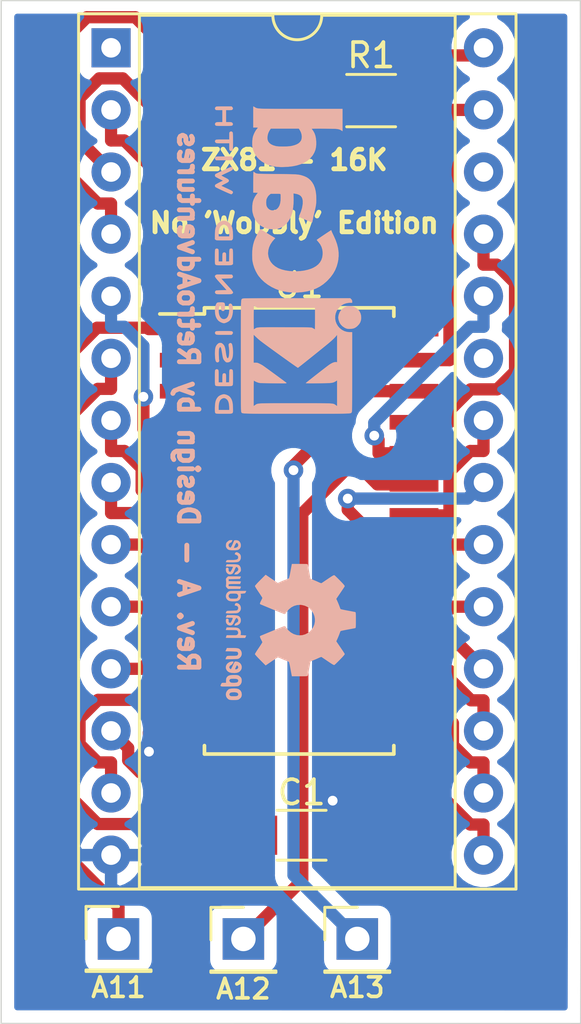
<source format=kicad_pcb>
(kicad_pcb (version 20171130) (host pcbnew "(5.1.9)-1")

  (general
    (thickness 1.6)
    (drawings 8)
    (tracks 173)
    (zones 0)
    (modules 9)
    (nets 29)
  )

  (page A4)
  (layers
    (0 F.Cu signal)
    (31 B.Cu signal)
    (32 B.Adhes user)
    (33 F.Adhes user)
    (34 B.Paste user)
    (35 F.Paste user)
    (36 B.SilkS user)
    (37 F.SilkS user)
    (38 B.Mask user)
    (39 F.Mask user)
    (40 Dwgs.User user)
    (41 Cmts.User user)
    (42 Eco1.User user)
    (43 Eco2.User user)
    (44 Edge.Cuts user)
    (45 Margin user)
    (46 B.CrtYd user)
    (47 F.CrtYd user)
    (48 B.Fab user)
    (49 F.Fab user)
  )

  (setup
    (last_trace_width 0.5)
    (trace_clearance 0.2)
    (zone_clearance 0.508)
    (zone_45_only no)
    (trace_min 0.2)
    (via_size 0.8)
    (via_drill 0.4)
    (via_min_size 0.4)
    (via_min_drill 0.3)
    (uvia_size 0.3)
    (uvia_drill 0.1)
    (uvias_allowed no)
    (uvia_min_size 0.2)
    (uvia_min_drill 0.1)
    (edge_width 0.05)
    (segment_width 0.2)
    (pcb_text_width 0.3)
    (pcb_text_size 1.5 1.5)
    (mod_edge_width 0.12)
    (mod_text_size 1 1)
    (mod_text_width 0.15)
    (pad_size 1.7 1.7)
    (pad_drill 1)
    (pad_to_mask_clearance 0)
    (aux_axis_origin 0 0)
    (visible_elements 7FFFFFFF)
    (pcbplotparams
      (layerselection 0x010fc_ffffffff)
      (usegerberextensions false)
      (usegerberattributes true)
      (usegerberadvancedattributes true)
      (creategerberjobfile true)
      (excludeedgelayer true)
      (linewidth 0.100000)
      (plotframeref false)
      (viasonmask false)
      (mode 1)
      (useauxorigin false)
      (hpglpennumber 1)
      (hpglpenspeed 20)
      (hpglpendiameter 15.000000)
      (psnegative false)
      (psa4output false)
      (plotreference true)
      (plotvalue true)
      (plotinvisibletext false)
      (padsonsilk false)
      (subtractmaskfromsilk false)
      (outputformat 1)
      (mirror false)
      (drillshape 0)
      (scaleselection 1)
      (outputdirectory "Gerbers/"))
  )

  (net 0 "")
  (net 1 GND)
  (net 2 +5V)
  (net 3 "Net-(J1-Pad1)")
  (net 4 "Net-(J2-Pad1)")
  (net 5 "Net-(J3-Pad1)")
  (net 6 "Net-(R1-Pad2)")
  (net 7 "Net-(U1-Pad25)")
  (net 8 "Net-(U1-Pad24)")
  (net 9 "Net-(U1-Pad22)")
  (net 10 "Net-(U1-Pad20)")
  (net 11 "Net-(U1-Pad19)")
  (net 12 "Net-(U1-Pad18)")
  (net 13 "Net-(U1-Pad17)")
  (net 14 "Net-(U1-Pad16)")
  (net 15 "Net-(U1-Pad15)")
  (net 16 "Net-(U1-Pad13)")
  (net 17 "Net-(U1-Pad12)")
  (net 18 "Net-(U1-Pad11)")
  (net 19 "Net-(U1-Pad10)")
  (net 20 "Net-(U1-Pad9)")
  (net 21 "Net-(U1-Pad8)")
  (net 22 "Net-(U1-Pad7)")
  (net 23 "Net-(U1-Pad6)")
  (net 24 "Net-(U1-Pad5)")
  (net 25 "Net-(U1-Pad4)")
  (net 26 "Net-(U1-Pad3)")
  (net 27 "Net-(U1-Pad2)")
  (net 28 "Net-(U1-Pad21)")

  (net_class Default "This is the default net class."
    (clearance 0.2)
    (trace_width 0.5)
    (via_dia 0.8)
    (via_drill 0.4)
    (uvia_dia 0.3)
    (uvia_drill 0.1)
    (add_net +5V)
    (add_net GND)
    (add_net "Net-(J1-Pad1)")
    (add_net "Net-(J2-Pad1)")
    (add_net "Net-(J3-Pad1)")
    (add_net "Net-(R1-Pad2)")
    (add_net "Net-(U1-Pad10)")
    (add_net "Net-(U1-Pad11)")
    (add_net "Net-(U1-Pad12)")
    (add_net "Net-(U1-Pad13)")
    (add_net "Net-(U1-Pad15)")
    (add_net "Net-(U1-Pad16)")
    (add_net "Net-(U1-Pad17)")
    (add_net "Net-(U1-Pad18)")
    (add_net "Net-(U1-Pad19)")
    (add_net "Net-(U1-Pad2)")
    (add_net "Net-(U1-Pad20)")
    (add_net "Net-(U1-Pad21)")
    (add_net "Net-(U1-Pad22)")
    (add_net "Net-(U1-Pad24)")
    (add_net "Net-(U1-Pad25)")
    (add_net "Net-(U1-Pad3)")
    (add_net "Net-(U1-Pad4)")
    (add_net "Net-(U1-Pad5)")
    (add_net "Net-(U1-Pad6)")
    (add_net "Net-(U1-Pad7)")
    (add_net "Net-(U1-Pad8)")
    (add_net "Net-(U1-Pad9)")
  )

  (module Symbols:OSHW-Logo2_7.3x6mm_SilkScreen (layer B.Cu) (tedit 0) (tstamp 6080C070)
    (at 118.05 95.01 90)
    (descr "Open Source Hardware Symbol")
    (tags "Logo Symbol OSHW")
    (attr virtual)
    (fp_text reference REF*** (at 0 0 270) (layer B.SilkS) hide
      (effects (font (size 1 1) (thickness 0.15)) (justify mirror))
    )
    (fp_text value OSHW-Logo2_7.3x6mm_SilkScreen (at 0.75 0 270) (layer B.Fab) hide
      (effects (font (size 1 1) (thickness 0.15)) (justify mirror))
    )
    (fp_poly (pts (xy 0.10391 2.757652) (xy 0.182454 2.757222) (xy 0.239298 2.756058) (xy 0.278105 2.753793)
      (xy 0.302538 2.75006) (xy 0.316262 2.744494) (xy 0.32294 2.736727) (xy 0.326236 2.726395)
      (xy 0.326556 2.725057) (xy 0.331562 2.700921) (xy 0.340829 2.653299) (xy 0.353392 2.587259)
      (xy 0.368287 2.507872) (xy 0.384551 2.420204) (xy 0.385119 2.417125) (xy 0.40141 2.331211)
      (xy 0.416652 2.255304) (xy 0.429861 2.193955) (xy 0.440054 2.151718) (xy 0.446248 2.133145)
      (xy 0.446543 2.132816) (xy 0.464788 2.123747) (xy 0.502405 2.108633) (xy 0.551271 2.090738)
      (xy 0.551543 2.090642) (xy 0.613093 2.067507) (xy 0.685657 2.038035) (xy 0.754057 2.008403)
      (xy 0.757294 2.006938) (xy 0.868702 1.956374) (xy 1.115399 2.12484) (xy 1.191077 2.176197)
      (xy 1.259631 2.222111) (xy 1.317088 2.25997) (xy 1.359476 2.287163) (xy 1.382825 2.301079)
      (xy 1.385042 2.302111) (xy 1.40201 2.297516) (xy 1.433701 2.275345) (xy 1.481352 2.234553)
      (xy 1.546198 2.174095) (xy 1.612397 2.109773) (xy 1.676214 2.046388) (xy 1.733329 1.988549)
      (xy 1.780305 1.939825) (xy 1.813703 1.90379) (xy 1.830085 1.884016) (xy 1.830694 1.882998)
      (xy 1.832505 1.869428) (xy 1.825683 1.847267) (xy 1.80854 1.813522) (xy 1.779393 1.7652)
      (xy 1.736555 1.699308) (xy 1.679448 1.614483) (xy 1.628766 1.539823) (xy 1.583461 1.47286)
      (xy 1.54615 1.417484) (xy 1.519452 1.37758) (xy 1.505985 1.357038) (xy 1.505137 1.355644)
      (xy 1.506781 1.335962) (xy 1.519245 1.297707) (xy 1.540048 1.248111) (xy 1.547462 1.232272)
      (xy 1.579814 1.16171) (xy 1.614328 1.081647) (xy 1.642365 1.012371) (xy 1.662568 0.960955)
      (xy 1.678615 0.921881) (xy 1.687888 0.901459) (xy 1.689041 0.899886) (xy 1.706096 0.897279)
      (xy 1.746298 0.890137) (xy 1.804302 0.879477) (xy 1.874763 0.866315) (xy 1.952335 0.851667)
      (xy 2.031672 0.836551) (xy 2.107431 0.821982) (xy 2.174264 0.808978) (xy 2.226828 0.798555)
      (xy 2.259776 0.79173) (xy 2.267857 0.789801) (xy 2.276205 0.785038) (xy 2.282506 0.774282)
      (xy 2.287045 0.753902) (xy 2.290104 0.720266) (xy 2.291967 0.669745) (xy 2.292918 0.598708)
      (xy 2.29324 0.503524) (xy 2.293257 0.464508) (xy 2.293257 0.147201) (xy 2.217057 0.132161)
      (xy 2.174663 0.124005) (xy 2.1114 0.112101) (xy 2.034962 0.097884) (xy 1.953043 0.08279)
      (xy 1.9304 0.078645) (xy 1.854806 0.063947) (xy 1.788953 0.049495) (xy 1.738366 0.036625)
      (xy 1.708574 0.026678) (xy 1.703612 0.023713) (xy 1.691426 0.002717) (xy 1.673953 -0.037967)
      (xy 1.654577 -0.090322) (xy 1.650734 -0.1016) (xy 1.625339 -0.171523) (xy 1.593817 -0.250418)
      (xy 1.562969 -0.321266) (xy 1.562817 -0.321595) (xy 1.511447 -0.432733) (xy 1.680399 -0.681253)
      (xy 1.849352 -0.929772) (xy 1.632429 -1.147058) (xy 1.566819 -1.211726) (xy 1.506979 -1.268733)
      (xy 1.456267 -1.315033) (xy 1.418046 -1.347584) (xy 1.395675 -1.363343) (xy 1.392466 -1.364343)
      (xy 1.373626 -1.356469) (xy 1.33518 -1.334578) (xy 1.28133 -1.301267) (xy 1.216276 -1.259131)
      (xy 1.14594 -1.211943) (xy 1.074555 -1.16381) (xy 1.010908 -1.121928) (xy 0.959041 -1.088871)
      (xy 0.922995 -1.067218) (xy 0.906867 -1.059543) (xy 0.887189 -1.066037) (xy 0.849875 -1.08315)
      (xy 0.802621 -1.107326) (xy 0.797612 -1.110013) (xy 0.733977 -1.141927) (xy 0.690341 -1.157579)
      (xy 0.663202 -1.157745) (xy 0.649057 -1.143204) (xy 0.648975 -1.143) (xy 0.641905 -1.125779)
      (xy 0.625042 -1.084899) (xy 0.599695 -1.023525) (xy 0.567171 -0.944819) (xy 0.528778 -0.851947)
      (xy 0.485822 -0.748072) (xy 0.444222 -0.647502) (xy 0.398504 -0.536516) (xy 0.356526 -0.433703)
      (xy 0.319548 -0.342215) (xy 0.288827 -0.265201) (xy 0.265622 -0.205815) (xy 0.25119 -0.167209)
      (xy 0.246743 -0.1528) (xy 0.257896 -0.136272) (xy 0.287069 -0.10993) (xy 0.325971 -0.080887)
      (xy 0.436757 0.010961) (xy 0.523351 0.116241) (xy 0.584716 0.232734) (xy 0.619815 0.358224)
      (xy 0.627608 0.490493) (xy 0.621943 0.551543) (xy 0.591078 0.678205) (xy 0.53792 0.790059)
      (xy 0.465767 0.885999) (xy 0.377917 0.964924) (xy 0.277665 1.02573) (xy 0.16831 1.067313)
      (xy 0.053147 1.088572) (xy -0.064525 1.088401) (xy -0.18141 1.065699) (xy -0.294211 1.019362)
      (xy -0.399631 0.948287) (xy -0.443632 0.908089) (xy -0.528021 0.804871) (xy -0.586778 0.692075)
      (xy -0.620296 0.57299) (xy -0.628965 0.450905) (xy -0.613177 0.329107) (xy -0.573322 0.210884)
      (xy -0.509793 0.099525) (xy -0.422979 -0.001684) (xy -0.325971 -0.080887) (xy -0.285563 -0.111162)
      (xy -0.257018 -0.137219) (xy -0.246743 -0.152825) (xy -0.252123 -0.169843) (xy -0.267425 -0.2105)
      (xy -0.291388 -0.271642) (xy -0.322756 -0.350119) (xy -0.360268 -0.44278) (xy -0.402667 -0.546472)
      (xy -0.444337 -0.647526) (xy -0.49031 -0.758607) (xy -0.532893 -0.861541) (xy -0.570779 -0.953165)
      (xy -0.60266 -1.030316) (xy -0.627229 -1.089831) (xy -0.64318 -1.128544) (xy -0.64909 -1.143)
      (xy -0.663052 -1.157685) (xy -0.69006 -1.157642) (xy -0.733587 -1.142099) (xy -0.79711 -1.110284)
      (xy -0.797612 -1.110013) (xy -0.84544 -1.085323) (xy -0.884103 -1.067338) (xy -0.905905 -1.059614)
      (xy -0.906867 -1.059543) (xy -0.923279 -1.067378) (xy -0.959513 -1.089165) (xy -1.011526 -1.122328)
      (xy -1.075275 -1.164291) (xy -1.14594 -1.211943) (xy -1.217884 -1.260191) (xy -1.282726 -1.302151)
      (xy -1.336265 -1.335227) (xy -1.374303 -1.356821) (xy -1.392467 -1.364343) (xy -1.409192 -1.354457)
      (xy -1.44282 -1.326826) (xy -1.48999 -1.284495) (xy -1.547342 -1.230505) (xy -1.611516 -1.167899)
      (xy -1.632503 -1.146983) (xy -1.849501 -0.929623) (xy -1.684332 -0.68722) (xy -1.634136 -0.612781)
      (xy -1.590081 -0.545972) (xy -1.554638 -0.490665) (xy -1.530281 -0.450729) (xy -1.519478 -0.430036)
      (xy -1.519162 -0.428563) (xy -1.524857 -0.409058) (xy -1.540174 -0.369822) (xy -1.562463 -0.31743)
      (xy -1.578107 -0.282355) (xy -1.607359 -0.215201) (xy -1.634906 -0.147358) (xy -1.656263 -0.090034)
      (xy -1.662065 -0.072572) (xy -1.678548 -0.025938) (xy -1.69466 0.010095) (xy -1.70351 0.023713)
      (xy -1.72304 0.032048) (xy -1.765666 0.043863) (xy -1.825855 0.057819) (xy -1.898078 0.072578)
      (xy -1.9304 0.078645) (xy -2.012478 0.093727) (xy -2.091205 0.108331) (xy -2.158891 0.12102)
      (xy -2.20784 0.130358) (xy -2.217057 0.132161) (xy -2.293257 0.147201) (xy -2.293257 0.464508)
      (xy -2.293086 0.568846) (xy -2.292384 0.647787) (xy -2.290866 0.704962) (xy -2.288251 0.744001)
      (xy -2.284254 0.768535) (xy -2.278591 0.782195) (xy -2.27098 0.788611) (xy -2.267857 0.789801)
      (xy -2.249022 0.79402) (xy -2.207412 0.802438) (xy -2.14837 0.814039) (xy -2.077243 0.827805)
      (xy -1.999375 0.84272) (xy -1.920113 0.857768) (xy -1.844802 0.871931) (xy -1.778787 0.884194)
      (xy -1.727413 0.893539) (xy -1.696025 0.89895) (xy -1.689041 0.899886) (xy -1.682715 0.912404)
      (xy -1.66871 0.945754) (xy -1.649645 0.993623) (xy -1.642366 1.012371) (xy -1.613004 1.084805)
      (xy -1.578429 1.16483) (xy -1.547463 1.232272) (xy -1.524677 1.283841) (xy -1.509518 1.326215)
      (xy -1.504458 1.352166) (xy -1.505264 1.355644) (xy -1.515959 1.372064) (xy -1.54038 1.408583)
      (xy -1.575905 1.461313) (xy -1.619913 1.526365) (xy -1.669783 1.599849) (xy -1.679644 1.614355)
      (xy -1.737508 1.700296) (xy -1.780044 1.765739) (xy -1.808946 1.813696) (xy -1.82591 1.84718)
      (xy -1.832633 1.869205) (xy -1.83081 1.882783) (xy -1.830764 1.882869) (xy -1.816414 1.900703)
      (xy -1.784677 1.935183) (xy -1.73899 1.982732) (xy -1.682796 2.039778) (xy -1.619532 2.102745)
      (xy -1.612398 2.109773) (xy -1.53267 2.18698) (xy -1.471143 2.24367) (xy -1.426579 2.28089)
      (xy -1.397743 2.299685) (xy -1.385042 2.302111) (xy -1.366506 2.291529) (xy -1.328039 2.267084)
      (xy -1.273614 2.231388) (xy -1.207202 2.187053) (xy -1.132775 2.136689) (xy -1.115399 2.12484)
      (xy -0.868703 1.956374) (xy -0.757294 2.006938) (xy -0.689543 2.036405) (xy -0.616817 2.066041)
      (xy -0.554297 2.08967) (xy -0.551543 2.090642) (xy -0.50264 2.108543) (xy -0.464943 2.12368)
      (xy -0.446575 2.13279) (xy -0.446544 2.132816) (xy -0.440715 2.149283) (xy -0.430808 2.189781)
      (xy -0.417805 2.249758) (xy -0.402691 2.32466) (xy -0.386448 2.409936) (xy -0.385119 2.417125)
      (xy -0.368825 2.504986) (xy -0.353867 2.58474) (xy -0.341209 2.651319) (xy -0.331814 2.699653)
      (xy -0.326646 2.724675) (xy -0.326556 2.725057) (xy -0.323411 2.735701) (xy -0.317296 2.743738)
      (xy -0.304547 2.749533) (xy -0.2815 2.753453) (xy -0.244491 2.755865) (xy -0.189856 2.757135)
      (xy -0.113933 2.757629) (xy -0.013056 2.757714) (xy 0 2.757714) (xy 0.10391 2.757652)) (layer B.SilkS) (width 0.01))
    (fp_poly (pts (xy 3.153595 -1.966966) (xy 3.211021 -2.004497) (xy 3.238719 -2.038096) (xy 3.260662 -2.099064)
      (xy 3.262405 -2.147308) (xy 3.258457 -2.211816) (xy 3.109686 -2.276934) (xy 3.037349 -2.310202)
      (xy 2.990084 -2.336964) (xy 2.965507 -2.360144) (xy 2.961237 -2.382667) (xy 2.974889 -2.407455)
      (xy 2.989943 -2.423886) (xy 3.033746 -2.450235) (xy 3.081389 -2.452081) (xy 3.125145 -2.431546)
      (xy 3.157289 -2.390752) (xy 3.163038 -2.376347) (xy 3.190576 -2.331356) (xy 3.222258 -2.312182)
      (xy 3.265714 -2.295779) (xy 3.265714 -2.357966) (xy 3.261872 -2.400283) (xy 3.246823 -2.435969)
      (xy 3.21528 -2.476943) (xy 3.210592 -2.482267) (xy 3.175506 -2.51872) (xy 3.145347 -2.538283)
      (xy 3.107615 -2.547283) (xy 3.076335 -2.55023) (xy 3.020385 -2.550965) (xy 2.980555 -2.54166)
      (xy 2.955708 -2.527846) (xy 2.916656 -2.497467) (xy 2.889625 -2.464613) (xy 2.872517 -2.423294)
      (xy 2.863238 -2.367521) (xy 2.859693 -2.291305) (xy 2.85941 -2.252622) (xy 2.860372 -2.206247)
      (xy 2.948007 -2.206247) (xy 2.949023 -2.231126) (xy 2.951556 -2.2352) (xy 2.968274 -2.229665)
      (xy 3.004249 -2.215017) (xy 3.052331 -2.19419) (xy 3.062386 -2.189714) (xy 3.123152 -2.158814)
      (xy 3.156632 -2.131657) (xy 3.16399 -2.10622) (xy 3.146391 -2.080481) (xy 3.131856 -2.069109)
      (xy 3.07941 -2.046364) (xy 3.030322 -2.050122) (xy 2.989227 -2.077884) (xy 2.960758 -2.127152)
      (xy 2.951631 -2.166257) (xy 2.948007 -2.206247) (xy 2.860372 -2.206247) (xy 2.861285 -2.162249)
      (xy 2.868196 -2.095384) (xy 2.881884 -2.046695) (xy 2.904096 -2.010849) (xy 2.936574 -1.982513)
      (xy 2.950733 -1.973355) (xy 3.015053 -1.949507) (xy 3.085473 -1.948006) (xy 3.153595 -1.966966)) (layer B.SilkS) (width 0.01))
    (fp_poly (pts (xy 2.6526 -1.958752) (xy 2.669948 -1.966334) (xy 2.711356 -1.999128) (xy 2.746765 -2.046547)
      (xy 2.768664 -2.097151) (xy 2.772229 -2.122098) (xy 2.760279 -2.156927) (xy 2.734067 -2.175357)
      (xy 2.705964 -2.186516) (xy 2.693095 -2.188572) (xy 2.686829 -2.173649) (xy 2.674456 -2.141175)
      (xy 2.669028 -2.126502) (xy 2.63859 -2.075744) (xy 2.59452 -2.050427) (xy 2.53801 -2.051206)
      (xy 2.533825 -2.052203) (xy 2.503655 -2.066507) (xy 2.481476 -2.094393) (xy 2.466327 -2.139287)
      (xy 2.45725 -2.204615) (xy 2.453286 -2.293804) (xy 2.452914 -2.341261) (xy 2.45273 -2.416071)
      (xy 2.451522 -2.467069) (xy 2.448309 -2.499471) (xy 2.442109 -2.518495) (xy 2.43194 -2.529356)
      (xy 2.416819 -2.537272) (xy 2.415946 -2.53767) (xy 2.386828 -2.549981) (xy 2.372403 -2.554514)
      (xy 2.370186 -2.540809) (xy 2.368289 -2.502925) (xy 2.366847 -2.445715) (xy 2.365998 -2.374027)
      (xy 2.365829 -2.321565) (xy 2.366692 -2.220047) (xy 2.37007 -2.143032) (xy 2.377142 -2.086023)
      (xy 2.389088 -2.044526) (xy 2.40709 -2.014043) (xy 2.432327 -1.99008) (xy 2.457247 -1.973355)
      (xy 2.517171 -1.951097) (xy 2.586911 -1.946076) (xy 2.6526 -1.958752)) (layer B.SilkS) (width 0.01))
    (fp_poly (pts (xy 2.144876 -1.956335) (xy 2.186667 -1.975344) (xy 2.219469 -1.998378) (xy 2.243503 -2.024133)
      (xy 2.260097 -2.057358) (xy 2.270577 -2.1028) (xy 2.276271 -2.165207) (xy 2.278507 -2.249327)
      (xy 2.278743 -2.304721) (xy 2.278743 -2.520826) (xy 2.241774 -2.53767) (xy 2.212656 -2.549981)
      (xy 2.198231 -2.554514) (xy 2.195472 -2.541025) (xy 2.193282 -2.504653) (xy 2.191942 -2.451542)
      (xy 2.191657 -2.409372) (xy 2.190434 -2.348447) (xy 2.187136 -2.300115) (xy 2.182321 -2.270518)
      (xy 2.178496 -2.264229) (xy 2.152783 -2.270652) (xy 2.112418 -2.287125) (xy 2.065679 -2.309458)
      (xy 2.020845 -2.333457) (xy 1.986193 -2.35493) (xy 1.970002 -2.369685) (xy 1.969938 -2.369845)
      (xy 1.97133 -2.397152) (xy 1.983818 -2.423219) (xy 2.005743 -2.444392) (xy 2.037743 -2.451474)
      (xy 2.065092 -2.450649) (xy 2.103826 -2.450042) (xy 2.124158 -2.459116) (xy 2.136369 -2.483092)
      (xy 2.137909 -2.487613) (xy 2.143203 -2.521806) (xy 2.129047 -2.542568) (xy 2.092148 -2.552462)
      (xy 2.052289 -2.554292) (xy 1.980562 -2.540727) (xy 1.943432 -2.521355) (xy 1.897576 -2.475845)
      (xy 1.873256 -2.419983) (xy 1.871073 -2.360957) (xy 1.891629 -2.305953) (xy 1.922549 -2.271486)
      (xy 1.95342 -2.252189) (xy 2.001942 -2.227759) (xy 2.058485 -2.202985) (xy 2.06791 -2.199199)
      (xy 2.130019 -2.171791) (xy 2.165822 -2.147634) (xy 2.177337 -2.123619) (xy 2.16658 -2.096635)
      (xy 2.148114 -2.075543) (xy 2.104469 -2.049572) (xy 2.056446 -2.047624) (xy 2.012406 -2.067637)
      (xy 1.980709 -2.107551) (xy 1.976549 -2.117848) (xy 1.952327 -2.155724) (xy 1.916965 -2.183842)
      (xy 1.872343 -2.206917) (xy 1.872343 -2.141485) (xy 1.874969 -2.101506) (xy 1.88623 -2.069997)
      (xy 1.911199 -2.036378) (xy 1.935169 -2.010484) (xy 1.972441 -1.973817) (xy 2.001401 -1.954121)
      (xy 2.032505 -1.94622) (xy 2.067713 -1.944914) (xy 2.144876 -1.956335)) (layer B.SilkS) (width 0.01))
    (fp_poly (pts (xy 1.779833 -1.958663) (xy 1.782048 -1.99685) (xy 1.783784 -2.054886) (xy 1.784899 -2.12818)
      (xy 1.785257 -2.205055) (xy 1.785257 -2.465196) (xy 1.739326 -2.511127) (xy 1.707675 -2.539429)
      (xy 1.67989 -2.550893) (xy 1.641915 -2.550168) (xy 1.62684 -2.548321) (xy 1.579726 -2.542948)
      (xy 1.540756 -2.539869) (xy 1.531257 -2.539585) (xy 1.499233 -2.541445) (xy 1.453432 -2.546114)
      (xy 1.435674 -2.548321) (xy 1.392057 -2.551735) (xy 1.362745 -2.54432) (xy 1.33368 -2.521427)
      (xy 1.323188 -2.511127) (xy 1.277257 -2.465196) (xy 1.277257 -1.978602) (xy 1.314226 -1.961758)
      (xy 1.346059 -1.949282) (xy 1.364683 -1.944914) (xy 1.369458 -1.958718) (xy 1.373921 -1.997286)
      (xy 1.377775 -2.056356) (xy 1.380722 -2.131663) (xy 1.382143 -2.195286) (xy 1.386114 -2.445657)
      (xy 1.420759 -2.450556) (xy 1.452268 -2.447131) (xy 1.467708 -2.436041) (xy 1.472023 -2.415308)
      (xy 1.475708 -2.371145) (xy 1.478469 -2.309146) (xy 1.480012 -2.234909) (xy 1.480235 -2.196706)
      (xy 1.480457 -1.976783) (xy 1.526166 -1.960849) (xy 1.558518 -1.950015) (xy 1.576115 -1.944962)
      (xy 1.576623 -1.944914) (xy 1.578388 -1.958648) (xy 1.580329 -1.99673) (xy 1.582282 -2.054482)
      (xy 1.584084 -2.127227) (xy 1.585343 -2.195286) (xy 1.589314 -2.445657) (xy 1.6764 -2.445657)
      (xy 1.680396 -2.21724) (xy 1.684392 -1.988822) (xy 1.726847 -1.966868) (xy 1.758192 -1.951793)
      (xy 1.776744 -1.944951) (xy 1.777279 -1.944914) (xy 1.779833 -1.958663)) (layer B.SilkS) (width 0.01))
    (fp_poly (pts (xy 1.190117 -2.065358) (xy 1.189933 -2.173837) (xy 1.189219 -2.257287) (xy 1.187675 -2.319704)
      (xy 1.185001 -2.365085) (xy 1.180894 -2.397429) (xy 1.175055 -2.420733) (xy 1.167182 -2.438995)
      (xy 1.161221 -2.449418) (xy 1.111855 -2.505945) (xy 1.049264 -2.541377) (xy 0.980013 -2.55409)
      (xy 0.910668 -2.542463) (xy 0.869375 -2.521568) (xy 0.826025 -2.485422) (xy 0.796481 -2.441276)
      (xy 0.778655 -2.383462) (xy 0.770463 -2.306313) (xy 0.769302 -2.249714) (xy 0.769458 -2.245647)
      (xy 0.870857 -2.245647) (xy 0.871476 -2.31055) (xy 0.874314 -2.353514) (xy 0.88084 -2.381622)
      (xy 0.892523 -2.401953) (xy 0.906483 -2.417288) (xy 0.953365 -2.44689) (xy 1.003701 -2.449419)
      (xy 1.051276 -2.424705) (xy 1.054979 -2.421356) (xy 1.070783 -2.403935) (xy 1.080693 -2.383209)
      (xy 1.086058 -2.352362) (xy 1.088228 -2.304577) (xy 1.088571 -2.251748) (xy 1.087827 -2.185381)
      (xy 1.084748 -2.141106) (xy 1.078061 -2.112009) (xy 1.066496 -2.091173) (xy 1.057013 -2.080107)
      (xy 1.01296 -2.052198) (xy 0.962224 -2.048843) (xy 0.913796 -2.070159) (xy 0.90445 -2.078073)
      (xy 0.88854 -2.095647) (xy 0.87861 -2.116587) (xy 0.873278 -2.147782) (xy 0.871163 -2.196122)
      (xy 0.870857 -2.245647) (xy 0.769458 -2.245647) (xy 0.77281 -2.158568) (xy 0.784726 -2.090086)
      (xy 0.807135 -2.0386) (xy 0.842124 -1.998443) (xy 0.869375 -1.977861) (xy 0.918907 -1.955625)
      (xy 0.976316 -1.945304) (xy 1.029682 -1.948067) (xy 1.059543 -1.959212) (xy 1.071261 -1.962383)
      (xy 1.079037 -1.950557) (xy 1.084465 -1.918866) (xy 1.088571 -1.870593) (xy 1.093067 -1.816829)
      (xy 1.099313 -1.784482) (xy 1.110676 -1.765985) (xy 1.130528 -1.75377) (xy 1.143 -1.748362)
      (xy 1.190171 -1.728601) (xy 1.190117 -2.065358)) (layer B.SilkS) (width 0.01))
    (fp_poly (pts (xy 0.529926 -1.949755) (xy 0.595858 -1.974084) (xy 0.649273 -2.017117) (xy 0.670164 -2.047409)
      (xy 0.692939 -2.102994) (xy 0.692466 -2.143186) (xy 0.668562 -2.170217) (xy 0.659717 -2.174813)
      (xy 0.62153 -2.189144) (xy 0.602028 -2.185472) (xy 0.595422 -2.161407) (xy 0.595086 -2.148114)
      (xy 0.582992 -2.09921) (xy 0.551471 -2.064999) (xy 0.507659 -2.048476) (xy 0.458695 -2.052634)
      (xy 0.418894 -2.074227) (xy 0.40545 -2.086544) (xy 0.395921 -2.101487) (xy 0.389485 -2.124075)
      (xy 0.385317 -2.159328) (xy 0.382597 -2.212266) (xy 0.380502 -2.287907) (xy 0.37996 -2.311857)
      (xy 0.377981 -2.39379) (xy 0.375731 -2.451455) (xy 0.372357 -2.489608) (xy 0.367006 -2.513004)
      (xy 0.358824 -2.526398) (xy 0.346959 -2.534545) (xy 0.339362 -2.538144) (xy 0.307102 -2.550452)
      (xy 0.288111 -2.554514) (xy 0.281836 -2.540948) (xy 0.278006 -2.499934) (xy 0.2766 -2.430999)
      (xy 0.277598 -2.333669) (xy 0.277908 -2.318657) (xy 0.280101 -2.229859) (xy 0.282693 -2.165019)
      (xy 0.286382 -2.119067) (xy 0.291864 -2.086935) (xy 0.299835 -2.063553) (xy 0.310993 -2.043852)
      (xy 0.31683 -2.03541) (xy 0.350296 -1.998057) (xy 0.387727 -1.969003) (xy 0.392309 -1.966467)
      (xy 0.459426 -1.946443) (xy 0.529926 -1.949755)) (layer B.SilkS) (width 0.01))
    (fp_poly (pts (xy 0.039744 -1.950968) (xy 0.096616 -1.972087) (xy 0.097267 -1.972493) (xy 0.13244 -1.99838)
      (xy 0.158407 -2.028633) (xy 0.17667 -2.068058) (xy 0.188732 -2.121462) (xy 0.196096 -2.193651)
      (xy 0.200264 -2.289432) (xy 0.200629 -2.303078) (xy 0.205876 -2.508842) (xy 0.161716 -2.531678)
      (xy 0.129763 -2.54711) (xy 0.11047 -2.554423) (xy 0.109578 -2.554514) (xy 0.106239 -2.541022)
      (xy 0.103587 -2.504626) (xy 0.101956 -2.451452) (xy 0.1016 -2.408393) (xy 0.101592 -2.338641)
      (xy 0.098403 -2.294837) (xy 0.087288 -2.273944) (xy 0.063501 -2.272925) (xy 0.022296 -2.288741)
      (xy -0.039914 -2.317815) (xy -0.085659 -2.341963) (xy -0.109187 -2.362913) (xy -0.116104 -2.385747)
      (xy -0.116114 -2.386877) (xy -0.104701 -2.426212) (xy -0.070908 -2.447462) (xy -0.019191 -2.450539)
      (xy 0.018061 -2.450006) (xy 0.037703 -2.460735) (xy 0.049952 -2.486505) (xy 0.057002 -2.519337)
      (xy 0.046842 -2.537966) (xy 0.043017 -2.540632) (xy 0.007001 -2.55134) (xy -0.043434 -2.552856)
      (xy -0.095374 -2.545759) (xy -0.132178 -2.532788) (xy -0.183062 -2.489585) (xy -0.211986 -2.429446)
      (xy -0.217714 -2.382462) (xy -0.213343 -2.340082) (xy -0.197525 -2.305488) (xy -0.166203 -2.274763)
      (xy -0.115322 -2.24399) (xy -0.040824 -2.209252) (xy -0.036286 -2.207288) (xy 0.030821 -2.176287)
      (xy 0.072232 -2.150862) (xy 0.089981 -2.128014) (xy 0.086107 -2.104745) (xy 0.062643 -2.078056)
      (xy 0.055627 -2.071914) (xy 0.00863 -2.0481) (xy -0.040067 -2.049103) (xy -0.082478 -2.072451)
      (xy -0.110616 -2.115675) (xy -0.113231 -2.12416) (xy -0.138692 -2.165308) (xy -0.170999 -2.185128)
      (xy -0.217714 -2.20477) (xy -0.217714 -2.15395) (xy -0.203504 -2.080082) (xy -0.161325 -2.012327)
      (xy -0.139376 -1.989661) (xy -0.089483 -1.960569) (xy -0.026033 -1.9474) (xy 0.039744 -1.950968)) (layer B.SilkS) (width 0.01))
    (fp_poly (pts (xy -0.624114 -1.851289) (xy -0.619861 -1.910613) (xy -0.614975 -1.945572) (xy -0.608205 -1.96082)
      (xy -0.598298 -1.961015) (xy -0.595086 -1.959195) (xy -0.552356 -1.946015) (xy -0.496773 -1.946785)
      (xy -0.440263 -1.960333) (xy -0.404918 -1.977861) (xy -0.368679 -2.005861) (xy -0.342187 -2.037549)
      (xy -0.324001 -2.077813) (xy -0.312678 -2.131543) (xy -0.306778 -2.203626) (xy -0.304857 -2.298951)
      (xy -0.304823 -2.317237) (xy -0.3048 -2.522646) (xy -0.350509 -2.53858) (xy -0.382973 -2.54942)
      (xy -0.400785 -2.554468) (xy -0.401309 -2.554514) (xy -0.403063 -2.540828) (xy -0.404556 -2.503076)
      (xy -0.405674 -2.446224) (xy -0.406303 -2.375234) (xy -0.4064 -2.332073) (xy -0.406602 -2.246973)
      (xy -0.407642 -2.185981) (xy -0.410169 -2.144177) (xy -0.414836 -2.116642) (xy -0.422293 -2.098456)
      (xy -0.433189 -2.084698) (xy -0.439993 -2.078073) (xy -0.486728 -2.051375) (xy -0.537728 -2.049375)
      (xy -0.583999 -2.071955) (xy -0.592556 -2.080107) (xy -0.605107 -2.095436) (xy -0.613812 -2.113618)
      (xy -0.619369 -2.139909) (xy -0.622474 -2.179562) (xy -0.623824 -2.237832) (xy -0.624114 -2.318173)
      (xy -0.624114 -2.522646) (xy -0.669823 -2.53858) (xy -0.702287 -2.54942) (xy -0.720099 -2.554468)
      (xy -0.720623 -2.554514) (xy -0.721963 -2.540623) (xy -0.723172 -2.501439) (xy -0.724199 -2.4407)
      (xy -0.724998 -2.362141) (xy -0.725519 -2.269498) (xy -0.725714 -2.166509) (xy -0.725714 -1.769342)
      (xy -0.678543 -1.749444) (xy -0.631371 -1.729547) (xy -0.624114 -1.851289)) (layer B.SilkS) (width 0.01))
    (fp_poly (pts (xy -1.831697 -1.931239) (xy -1.774473 -1.969735) (xy -1.730251 -2.025335) (xy -1.703833 -2.096086)
      (xy -1.69849 -2.148162) (xy -1.699097 -2.169893) (xy -1.704178 -2.186531) (xy -1.718145 -2.201437)
      (xy -1.745411 -2.217973) (xy -1.790388 -2.239498) (xy -1.857489 -2.269374) (xy -1.857829 -2.269524)
      (xy -1.919593 -2.297813) (xy -1.970241 -2.322933) (xy -2.004596 -2.342179) (xy -2.017482 -2.352848)
      (xy -2.017486 -2.352934) (xy -2.006128 -2.376166) (xy -1.979569 -2.401774) (xy -1.949077 -2.420221)
      (xy -1.93363 -2.423886) (xy -1.891485 -2.411212) (xy -1.855192 -2.379471) (xy -1.837483 -2.344572)
      (xy -1.820448 -2.318845) (xy -1.787078 -2.289546) (xy -1.747851 -2.264235) (xy -1.713244 -2.250471)
      (xy -1.706007 -2.249714) (xy -1.697861 -2.26216) (xy -1.69737 -2.293972) (xy -1.703357 -2.336866)
      (xy -1.714643 -2.382558) (xy -1.73005 -2.422761) (xy -1.730829 -2.424322) (xy -1.777196 -2.489062)
      (xy -1.837289 -2.533097) (xy -1.905535 -2.554711) (xy -1.976362 -2.552185) (xy -2.044196 -2.523804)
      (xy -2.047212 -2.521808) (xy -2.100573 -2.473448) (xy -2.13566 -2.410352) (xy -2.155078 -2.327387)
      (xy -2.157684 -2.304078) (xy -2.162299 -2.194055) (xy -2.156767 -2.142748) (xy -2.017486 -2.142748)
      (xy -2.015676 -2.174753) (xy -2.005778 -2.184093) (xy -1.981102 -2.177105) (xy -1.942205 -2.160587)
      (xy -1.898725 -2.139881) (xy -1.897644 -2.139333) (xy -1.860791 -2.119949) (xy -1.846 -2.107013)
      (xy -1.849647 -2.093451) (xy -1.865005 -2.075632) (xy -1.904077 -2.049845) (xy -1.946154 -2.04795)
      (xy -1.983897 -2.066717) (xy -2.009966 -2.102915) (xy -2.017486 -2.142748) (xy -2.156767 -2.142748)
      (xy -2.152806 -2.106027) (xy -2.12845 -2.036212) (xy -2.094544 -1.987302) (xy -2.033347 -1.937878)
      (xy -1.965937 -1.913359) (xy -1.89712 -1.911797) (xy -1.831697 -1.931239)) (layer B.SilkS) (width 0.01))
    (fp_poly (pts (xy -2.958885 -1.921962) (xy -2.890855 -1.957733) (xy -2.840649 -2.015301) (xy -2.822815 -2.052312)
      (xy -2.808937 -2.107882) (xy -2.801833 -2.178096) (xy -2.80116 -2.254727) (xy -2.806573 -2.329552)
      (xy -2.81773 -2.394342) (xy -2.834286 -2.440873) (xy -2.839374 -2.448887) (xy -2.899645 -2.508707)
      (xy -2.971231 -2.544535) (xy -3.048908 -2.55502) (xy -3.127452 -2.53881) (xy -3.149311 -2.529092)
      (xy -3.191878 -2.499143) (xy -3.229237 -2.459433) (xy -3.232768 -2.454397) (xy -3.247119 -2.430124)
      (xy -3.256606 -2.404178) (xy -3.26221 -2.370022) (xy -3.264914 -2.321119) (xy -3.265701 -2.250935)
      (xy -3.265714 -2.2352) (xy -3.265678 -2.230192) (xy -3.120571 -2.230192) (xy -3.119727 -2.29643)
      (xy -3.116404 -2.340386) (xy -3.109417 -2.368779) (xy -3.097584 -2.388325) (xy -3.091543 -2.394857)
      (xy -3.056814 -2.41968) (xy -3.023097 -2.418548) (xy -2.989005 -2.397016) (xy -2.968671 -2.374029)
      (xy -2.956629 -2.340478) (xy -2.949866 -2.287569) (xy -2.949402 -2.281399) (xy -2.948248 -2.185513)
      (xy -2.960312 -2.114299) (xy -2.98543 -2.068194) (xy -3.02344 -2.047635) (xy -3.037008 -2.046514)
      (xy -3.072636 -2.052152) (xy -3.097006 -2.071686) (xy -3.111907 -2.109042) (xy -3.119125 -2.16815)
      (xy -3.120571 -2.230192) (xy -3.265678 -2.230192) (xy -3.265174 -2.160413) (xy -3.262904 -2.108159)
      (xy -3.257932 -2.071949) (xy -3.249287 -2.045299) (xy -3.235995 -2.021722) (xy -3.233057 -2.017338)
      (xy -3.183687 -1.958249) (xy -3.129891 -1.923947) (xy -3.064398 -1.910331) (xy -3.042158 -1.909665)
      (xy -2.958885 -1.921962)) (layer B.SilkS) (width 0.01))
    (fp_poly (pts (xy -1.283907 -1.92778) (xy -1.237328 -1.954723) (xy -1.204943 -1.981466) (xy -1.181258 -2.009484)
      (xy -1.164941 -2.043748) (xy -1.154661 -2.089227) (xy -1.149086 -2.150892) (xy -1.146884 -2.233711)
      (xy -1.146629 -2.293246) (xy -1.146629 -2.512391) (xy -1.208314 -2.540044) (xy -1.27 -2.567697)
      (xy -1.277257 -2.32767) (xy -1.280256 -2.238028) (xy -1.283402 -2.172962) (xy -1.287299 -2.128026)
      (xy -1.292553 -2.09877) (xy -1.299769 -2.080748) (xy -1.30955 -2.069511) (xy -1.312688 -2.067079)
      (xy -1.360239 -2.048083) (xy -1.408303 -2.0556) (xy -1.436914 -2.075543) (xy -1.448553 -2.089675)
      (xy -1.456609 -2.10822) (xy -1.461729 -2.136334) (xy -1.464559 -2.179173) (xy -1.465744 -2.241895)
      (xy -1.465943 -2.307261) (xy -1.465982 -2.389268) (xy -1.467386 -2.447316) (xy -1.472086 -2.486465)
      (xy -1.482013 -2.51178) (xy -1.499097 -2.528323) (xy -1.525268 -2.541156) (xy -1.560225 -2.554491)
      (xy -1.598404 -2.569007) (xy -1.593859 -2.311389) (xy -1.592029 -2.218519) (xy -1.589888 -2.149889)
      (xy -1.586819 -2.100711) (xy -1.582206 -2.066198) (xy -1.575432 -2.041562) (xy -1.565881 -2.022016)
      (xy -1.554366 -2.00477) (xy -1.49881 -1.94968) (xy -1.43102 -1.917822) (xy -1.357287 -1.910191)
      (xy -1.283907 -1.92778)) (layer B.SilkS) (width 0.01))
    (fp_poly (pts (xy -2.400256 -1.919918) (xy -2.344799 -1.947568) (xy -2.295852 -1.99848) (xy -2.282371 -2.017338)
      (xy -2.267686 -2.042015) (xy -2.258158 -2.068816) (xy -2.252707 -2.104587) (xy -2.250253 -2.156169)
      (xy -2.249714 -2.224267) (xy -2.252148 -2.317588) (xy -2.260606 -2.387657) (xy -2.276826 -2.439931)
      (xy -2.302546 -2.479869) (xy -2.339503 -2.512929) (xy -2.342218 -2.514886) (xy -2.37864 -2.534908)
      (xy -2.422498 -2.544815) (xy -2.478276 -2.547257) (xy -2.568952 -2.547257) (xy -2.56899 -2.635283)
      (xy -2.569834 -2.684308) (xy -2.574976 -2.713065) (xy -2.588413 -2.730311) (xy -2.614142 -2.744808)
      (xy -2.620321 -2.747769) (xy -2.649236 -2.761648) (xy -2.671624 -2.770414) (xy -2.688271 -2.771171)
      (xy -2.699964 -2.761023) (xy -2.70749 -2.737073) (xy -2.711634 -2.696426) (xy -2.713185 -2.636186)
      (xy -2.712929 -2.553455) (xy -2.711651 -2.445339) (xy -2.711252 -2.413) (xy -2.709815 -2.301524)
      (xy -2.708528 -2.228603) (xy -2.569029 -2.228603) (xy -2.568245 -2.290499) (xy -2.56476 -2.330997)
      (xy -2.556876 -2.357708) (xy -2.542895 -2.378244) (xy -2.533403 -2.38826) (xy -2.494596 -2.417567)
      (xy -2.460237 -2.419952) (xy -2.424784 -2.39575) (xy -2.423886 -2.394857) (xy -2.409461 -2.376153)
      (xy -2.400687 -2.350732) (xy -2.396261 -2.311584) (xy -2.394882 -2.251697) (xy -2.394857 -2.23843)
      (xy -2.398188 -2.155901) (xy -2.409031 -2.098691) (xy -2.42866 -2.063766) (xy -2.45835 -2.048094)
      (xy -2.475509 -2.046514) (xy -2.516234 -2.053926) (xy -2.544168 -2.07833) (xy -2.560983 -2.12298)
      (xy -2.56835 -2.19113) (xy -2.569029 -2.228603) (xy -2.708528 -2.228603) (xy -2.708292 -2.215245)
      (xy -2.706323 -2.150333) (xy -2.70355 -2.102958) (xy -2.699612 -2.06929) (xy -2.694151 -2.045498)
      (xy -2.686808 -2.027753) (xy -2.677223 -2.012224) (xy -2.673113 -2.006381) (xy -2.618595 -1.951185)
      (xy -2.549664 -1.91989) (xy -2.469928 -1.911165) (xy -2.400256 -1.919918)) (layer B.SilkS) (width 0.01))
  )

  (module Symbols:KiCad-Logo2_6mm_SilkScreen (layer B.Cu) (tedit 0) (tstamp 6080BB24)
    (at 118.05 80.29 90)
    (descr "KiCad Logo")
    (tags "Logo KiCad")
    (attr virtual)
    (fp_text reference REF*** (at 0 0 90) (layer B.SilkS) hide
      (effects (font (size 1 1) (thickness 0.15)) (justify mirror))
    )
    (fp_text value KiCad-Logo2_6mm_SilkScreen (at 0.75 0 90) (layer B.Fab) hide
      (effects (font (size 1 1) (thickness 0.15)) (justify mirror))
    )
    (fp_poly (pts (xy -2.273043 2.973429) (xy -2.176768 2.949191) (xy -2.090184 2.906359) (xy -2.015373 2.846581)
      (xy -1.954418 2.771506) (xy -1.909399 2.68278) (xy -1.883136 2.58647) (xy -1.877286 2.489205)
      (xy -1.89214 2.395346) (xy -1.92584 2.307489) (xy -1.976528 2.22823) (xy -2.042345 2.160164)
      (xy -2.121434 2.105888) (xy -2.211934 2.067998) (xy -2.2632 2.055574) (xy -2.307698 2.048053)
      (xy -2.341999 2.045081) (xy -2.37496 2.046906) (xy -2.415434 2.053775) (xy -2.448531 2.06075)
      (xy -2.541947 2.092259) (xy -2.625619 2.143383) (xy -2.697665 2.212571) (xy -2.7562 2.298272)
      (xy -2.770148 2.325511) (xy -2.786586 2.361878) (xy -2.796894 2.392418) (xy -2.80246 2.42455)
      (xy -2.804669 2.465693) (xy -2.804948 2.511778) (xy -2.800861 2.596135) (xy -2.787446 2.665414)
      (xy -2.762256 2.726039) (xy -2.722846 2.784433) (xy -2.684298 2.828698) (xy -2.612406 2.894516)
      (xy -2.537313 2.939947) (xy -2.454562 2.96715) (xy -2.376928 2.977424) (xy -2.273043 2.973429)) (layer B.SilkS) (width 0.01))
    (fp_poly (pts (xy 6.186507 0.527755) (xy 6.186526 0.293338) (xy 6.186552 0.080397) (xy 6.186625 -0.112168)
      (xy 6.186782 -0.285459) (xy 6.187064 -0.440576) (xy 6.187509 -0.57862) (xy 6.188156 -0.700692)
      (xy 6.189045 -0.807894) (xy 6.190213 -0.901326) (xy 6.191701 -0.98209) (xy 6.193546 -1.051286)
      (xy 6.195789 -1.110015) (xy 6.198469 -1.159379) (xy 6.201623 -1.200478) (xy 6.205292 -1.234413)
      (xy 6.209513 -1.262286) (xy 6.214327 -1.285198) (xy 6.219773 -1.304249) (xy 6.225888 -1.32054)
      (xy 6.232712 -1.335173) (xy 6.240285 -1.349249) (xy 6.248645 -1.363868) (xy 6.253839 -1.372974)
      (xy 6.288104 -1.433689) (xy 5.429955 -1.433689) (xy 5.429955 -1.337733) (xy 5.429224 -1.29437)
      (xy 5.427272 -1.261205) (xy 5.424463 -1.243424) (xy 5.423221 -1.241778) (xy 5.411799 -1.248662)
      (xy 5.389084 -1.266505) (xy 5.366385 -1.285879) (xy 5.3118 -1.326614) (xy 5.242321 -1.367617)
      (xy 5.16527 -1.405123) (xy 5.087965 -1.435364) (xy 5.057113 -1.445012) (xy 4.988616 -1.459578)
      (xy 4.905764 -1.469539) (xy 4.816371 -1.474583) (xy 4.728248 -1.474396) (xy 4.649207 -1.468666)
      (xy 4.611511 -1.462858) (xy 4.473414 -1.424797) (xy 4.346113 -1.367073) (xy 4.230292 -1.290211)
      (xy 4.126637 -1.194739) (xy 4.035833 -1.081179) (xy 3.969031 -0.970381) (xy 3.914164 -0.853625)
      (xy 3.872163 -0.734276) (xy 3.842167 -0.608283) (xy 3.823311 -0.471594) (xy 3.814732 -0.320158)
      (xy 3.814006 -0.242711) (xy 3.8161 -0.185934) (xy 4.645217 -0.185934) (xy 4.645424 -0.279002)
      (xy 4.648337 -0.366692) (xy 4.654 -0.443772) (xy 4.662455 -0.505009) (xy 4.665038 -0.51735)
      (xy 4.69684 -0.624633) (xy 4.738498 -0.711658) (xy 4.790363 -0.778642) (xy 4.852781 -0.825805)
      (xy 4.9261 -0.853365) (xy 5.010669 -0.861541) (xy 5.106835 -0.850551) (xy 5.170311 -0.834829)
      (xy 5.219454 -0.816639) (xy 5.273583 -0.790791) (xy 5.314244 -0.767089) (xy 5.3848 -0.720721)
      (xy 5.3848 0.42947) (xy 5.317392 0.473038) (xy 5.238867 0.51396) (xy 5.154681 0.540611)
      (xy 5.069557 0.552535) (xy 4.988216 0.549278) (xy 4.91538 0.530385) (xy 4.883426 0.514816)
      (xy 4.825501 0.471819) (xy 4.776544 0.415047) (xy 4.73539 0.342425) (xy 4.700874 0.251879)
      (xy 4.671833 0.141334) (xy 4.670552 0.135467) (xy 4.660381 0.073212) (xy 4.652739 -0.004594)
      (xy 4.64767 -0.09272) (xy 4.645217 -0.185934) (xy 3.8161 -0.185934) (xy 3.821857 -0.029895)
      (xy 3.843802 0.165941) (xy 3.879786 0.344668) (xy 3.929759 0.506155) (xy 3.993668 0.650274)
      (xy 4.071462 0.776894) (xy 4.163089 0.885885) (xy 4.268497 0.977117) (xy 4.313662 1.008068)
      (xy 4.414611 1.064215) (xy 4.517901 1.103826) (xy 4.627989 1.127986) (xy 4.74933 1.137781)
      (xy 4.841836 1.136735) (xy 4.97149 1.125769) (xy 5.084084 1.103954) (xy 5.182875 1.070286)
      (xy 5.271121 1.023764) (xy 5.319986 0.989552) (xy 5.349353 0.967638) (xy 5.371043 0.952667)
      (xy 5.379253 0.948267) (xy 5.380868 0.959096) (xy 5.382159 0.989749) (xy 5.383138 1.037474)
      (xy 5.383817 1.099521) (xy 5.38421 1.173138) (xy 5.38433 1.255573) (xy 5.384188 1.344075)
      (xy 5.383797 1.435893) (xy 5.383171 1.528276) (xy 5.38232 1.618472) (xy 5.38126 1.703729)
      (xy 5.380001 1.781297) (xy 5.378556 1.848424) (xy 5.376938 1.902359) (xy 5.375161 1.94035)
      (xy 5.374669 1.947333) (xy 5.367092 2.017749) (xy 5.355531 2.072898) (xy 5.337792 2.120019)
      (xy 5.311682 2.166353) (xy 5.305415 2.175933) (xy 5.280983 2.212622) (xy 6.186311 2.212622)
      (xy 6.186507 0.527755)) (layer B.SilkS) (width 0.01))
    (fp_poly (pts (xy 2.673574 1.133448) (xy 2.825492 1.113433) (xy 2.960756 1.079798) (xy 3.080239 1.032275)
      (xy 3.184815 0.970595) (xy 3.262424 0.907035) (xy 3.331265 0.832901) (xy 3.385006 0.753129)
      (xy 3.42791 0.660909) (xy 3.443384 0.617839) (xy 3.456244 0.578858) (xy 3.467446 0.542711)
      (xy 3.47712 0.507566) (xy 3.485396 0.47159) (xy 3.492403 0.43295) (xy 3.498272 0.389815)
      (xy 3.503131 0.340351) (xy 3.50711 0.282727) (xy 3.51034 0.215109) (xy 3.512949 0.135666)
      (xy 3.515067 0.042564) (xy 3.516824 -0.066027) (xy 3.518349 -0.191942) (xy 3.519772 -0.337012)
      (xy 3.521025 -0.479778) (xy 3.522351 -0.635968) (xy 3.523556 -0.771239) (xy 3.524766 -0.887246)
      (xy 3.526106 -0.985645) (xy 3.5277 -1.068093) (xy 3.529675 -1.136246) (xy 3.532156 -1.19176)
      (xy 3.535269 -1.236292) (xy 3.539138 -1.271498) (xy 3.543889 -1.299034) (xy 3.549648 -1.320556)
      (xy 3.556539 -1.337722) (xy 3.564689 -1.352186) (xy 3.574223 -1.365606) (xy 3.585266 -1.379638)
      (xy 3.589566 -1.385071) (xy 3.605386 -1.40791) (xy 3.612422 -1.423463) (xy 3.612444 -1.423922)
      (xy 3.601567 -1.426121) (xy 3.570582 -1.428147) (xy 3.521957 -1.429942) (xy 3.458163 -1.431451)
      (xy 3.381669 -1.432616) (xy 3.294944 -1.43338) (xy 3.200457 -1.433686) (xy 3.18955 -1.433689)
      (xy 2.766657 -1.433689) (xy 2.763395 -1.337622) (xy 2.760133 -1.241556) (xy 2.698044 -1.292543)
      (xy 2.600714 -1.360057) (xy 2.490813 -1.414749) (xy 2.404349 -1.444978) (xy 2.335278 -1.459666)
      (xy 2.251925 -1.469659) (xy 2.162159 -1.474646) (xy 2.073845 -1.474313) (xy 1.994851 -1.468351)
      (xy 1.958622 -1.462638) (xy 1.818603 -1.424776) (xy 1.692178 -1.369932) (xy 1.58026 -1.298924)
      (xy 1.483762 -1.212568) (xy 1.4036 -1.111679) (xy 1.340687 -0.997076) (xy 1.296312 -0.870984)
      (xy 1.283978 -0.814401) (xy 1.276368 -0.752202) (xy 1.272739 -0.677363) (xy 1.272245 -0.643467)
      (xy 1.27231 -0.640282) (xy 2.032248 -0.640282) (xy 2.041541 -0.715333) (xy 2.069728 -0.77916)
      (xy 2.118197 -0.834798) (xy 2.123254 -0.839211) (xy 2.171548 -0.874037) (xy 2.223257 -0.89662)
      (xy 2.283989 -0.90854) (xy 2.359352 -0.911383) (xy 2.377459 -0.910978) (xy 2.431278 -0.908325)
      (xy 2.471308 -0.902909) (xy 2.506324 -0.892745) (xy 2.545103 -0.87585) (xy 2.555745 -0.870672)
      (xy 2.616396 -0.834844) (xy 2.663215 -0.792212) (xy 2.675952 -0.776973) (xy 2.720622 -0.720462)
      (xy 2.720622 -0.524586) (xy 2.720086 -0.445939) (xy 2.718396 -0.387988) (xy 2.715428 -0.348875)
      (xy 2.711057 -0.326741) (xy 2.706972 -0.320274) (xy 2.691047 -0.317111) (xy 2.657264 -0.314488)
      (xy 2.61034 -0.312655) (xy 2.554993 -0.311857) (xy 2.546106 -0.311842) (xy 2.42533 -0.317096)
      (xy 2.32266 -0.333263) (xy 2.236106 -0.360961) (xy 2.163681 -0.400808) (xy 2.108751 -0.447758)
      (xy 2.064204 -0.505645) (xy 2.03948 -0.568693) (xy 2.032248 -0.640282) (xy 1.27231 -0.640282)
      (xy 1.274178 -0.549712) (xy 1.282522 -0.470812) (xy 1.298768 -0.39959) (xy 1.324405 -0.328864)
      (xy 1.348401 -0.276493) (xy 1.40702 -0.181196) (xy 1.485117 -0.09317) (xy 1.580315 -0.014017)
      (xy 1.690238 0.05466) (xy 1.81251 0.111259) (xy 1.944755 0.154179) (xy 2.009422 0.169118)
      (xy 2.145604 0.191223) (xy 2.294049 0.205806) (xy 2.445505 0.212187) (xy 2.572064 0.210555)
      (xy 2.73395 0.203776) (xy 2.72653 0.262755) (xy 2.707238 0.361908) (xy 2.676104 0.442628)
      (xy 2.632269 0.505534) (xy 2.574871 0.551244) (xy 2.503048 0.580378) (xy 2.415941 0.593553)
      (xy 2.312686 0.591389) (xy 2.274711 0.587388) (xy 2.13352 0.56222) (xy 1.996707 0.521186)
      (xy 1.902178 0.483185) (xy 1.857018 0.46381) (xy 1.818585 0.44824) (xy 1.792234 0.438595)
      (xy 1.784546 0.436548) (xy 1.774802 0.445626) (xy 1.758083 0.474595) (xy 1.734232 0.523783)
      (xy 1.703093 0.593516) (xy 1.664507 0.684121) (xy 1.65791 0.699911) (xy 1.627853 0.772228)
      (xy 1.600874 0.837575) (xy 1.578136 0.893094) (xy 1.560806 0.935928) (xy 1.550048 0.963219)
      (xy 1.546941 0.972058) (xy 1.55694 0.976813) (xy 1.583217 0.98209) (xy 1.611489 0.985769)
      (xy 1.641646 0.990526) (xy 1.689433 0.999972) (xy 1.750612 1.01318) (xy 1.820946 1.029224)
      (xy 1.896194 1.04718) (xy 1.924755 1.054203) (xy 2.029816 1.079791) (xy 2.11748 1.099853)
      (xy 2.192068 1.115031) (xy 2.257903 1.125965) (xy 2.319307 1.133296) (xy 2.380602 1.137665)
      (xy 2.44611 1.139713) (xy 2.504128 1.140111) (xy 2.673574 1.133448)) (layer B.SilkS) (width 0.01))
    (fp_poly (pts (xy 0.328429 2.050929) (xy 0.48857 2.029755) (xy 0.65251 1.989615) (xy 0.822313 1.930111)
      (xy 1.000043 1.850846) (xy 1.01131 1.845301) (xy 1.069005 1.817275) (xy 1.120552 1.793198)
      (xy 1.162191 1.774751) (xy 1.190162 1.763614) (xy 1.199733 1.761067) (xy 1.21895 1.756059)
      (xy 1.223561 1.751853) (xy 1.218458 1.74142) (xy 1.202418 1.715132) (xy 1.177288 1.675743)
      (xy 1.144914 1.626009) (xy 1.107143 1.568685) (xy 1.065822 1.506524) (xy 1.022798 1.442282)
      (xy 0.979917 1.378715) (xy 0.939026 1.318575) (xy 0.901971 1.26462) (xy 0.8706 1.219603)
      (xy 0.846759 1.186279) (xy 0.832294 1.167403) (xy 0.830309 1.165213) (xy 0.820191 1.169862)
      (xy 0.79785 1.187038) (xy 0.76728 1.21356) (xy 0.751536 1.228036) (xy 0.655047 1.303318)
      (xy 0.548336 1.358759) (xy 0.432832 1.393859) (xy 0.309962 1.40812) (xy 0.240561 1.406949)
      (xy 0.119423 1.389788) (xy 0.010205 1.353906) (xy -0.087418 1.299041) (xy -0.173772 1.22493)
      (xy -0.249185 1.131312) (xy -0.313982 1.017924) (xy -0.351399 0.931333) (xy -0.395252 0.795634)
      (xy -0.427572 0.64815) (xy -0.448443 0.492686) (xy -0.457949 0.333044) (xy -0.456173 0.173027)
      (xy -0.443197 0.016439) (xy -0.419106 -0.132918) (xy -0.383982 -0.27124) (xy -0.337908 -0.394724)
      (xy -0.321627 -0.428978) (xy -0.25338 -0.543064) (xy -0.172921 -0.639557) (xy -0.08143 -0.71767)
      (xy 0.019911 -0.776617) (xy 0.12992 -0.815612) (xy 0.247415 -0.833868) (xy 0.288883 -0.835211)
      (xy 0.410441 -0.82429) (xy 0.530878 -0.791474) (xy 0.648666 -0.737439) (xy 0.762277 -0.662865)
      (xy 0.853685 -0.584539) (xy 0.900215 -0.540008) (xy 1.081483 -0.837271) (xy 1.12658 -0.911433)
      (xy 1.167819 -0.979646) (xy 1.203735 -1.039459) (xy 1.232866 -1.08842) (xy 1.25375 -1.124079)
      (xy 1.264924 -1.143984) (xy 1.266375 -1.147079) (xy 1.258146 -1.156718) (xy 1.232567 -1.173999)
      (xy 1.192873 -1.197283) (xy 1.142297 -1.224934) (xy 1.084074 -1.255315) (xy 1.021437 -1.28679)
      (xy 0.957621 -1.317722) (xy 0.89586 -1.346473) (xy 0.839388 -1.371408) (xy 0.791438 -1.390889)
      (xy 0.767986 -1.399318) (xy 0.634221 -1.437133) (xy 0.496327 -1.462136) (xy 0.348622 -1.47514)
      (xy 0.221833 -1.477468) (xy 0.153878 -1.476373) (xy 0.088277 -1.474275) (xy 0.030847 -1.471434)
      (xy -0.012597 -1.468106) (xy -0.026702 -1.466422) (xy -0.165716 -1.437587) (xy -0.307243 -1.392468)
      (xy -0.444725 -1.33375) (xy -0.571606 -1.26412) (xy -0.649111 -1.211441) (xy -0.776519 -1.103239)
      (xy -0.894822 -0.976671) (xy -1.001828 -0.834866) (xy -1.095348 -0.680951) (xy -1.17319 -0.518053)
      (xy -1.217044 -0.400756) (xy -1.267292 -0.217128) (xy -1.300791 -0.022581) (xy -1.317551 0.178675)
      (xy -1.317584 0.382432) (xy -1.300899 0.584479) (xy -1.267507 0.780608) (xy -1.21742 0.966609)
      (xy -1.213603 0.978197) (xy -1.150719 1.14025) (xy -1.073972 1.288168) (xy -0.980758 1.426135)
      (xy -0.868473 1.558339) (xy -0.824608 1.603601) (xy -0.688466 1.727543) (xy -0.548509 1.830085)
      (xy -0.402589 1.912344) (xy -0.248558 1.975436) (xy -0.084268 2.020477) (xy 0.011289 2.037967)
      (xy 0.170023 2.053534) (xy 0.328429 2.050929)) (layer B.SilkS) (width 0.01))
    (fp_poly (pts (xy -2.9464 2.510946) (xy -2.935535 2.397007) (xy -2.903918 2.289384) (xy -2.853015 2.190385)
      (xy -2.784293 2.102316) (xy -2.699219 2.027484) (xy -2.602232 1.969616) (xy -2.495964 1.929995)
      (xy -2.38895 1.911427) (xy -2.2833 1.912566) (xy -2.181125 1.93207) (xy -2.084534 1.968594)
      (xy -1.995638 2.020795) (xy -1.916546 2.087327) (xy -1.849369 2.166848) (xy -1.796217 2.258013)
      (xy -1.759199 2.359477) (xy -1.740427 2.469898) (xy -1.738489 2.519794) (xy -1.738489 2.607733)
      (xy -1.68656 2.607733) (xy -1.650253 2.604889) (xy -1.623355 2.593089) (xy -1.596249 2.569351)
      (xy -1.557867 2.530969) (xy -1.557867 0.339398) (xy -1.557876 0.077261) (xy -1.557908 -0.163241)
      (xy -1.557972 -0.383048) (xy -1.558076 -0.583101) (xy -1.558227 -0.764344) (xy -1.558434 -0.927716)
      (xy -1.558706 -1.07416) (xy -1.55905 -1.204617) (xy -1.559474 -1.320029) (xy -1.559987 -1.421338)
      (xy -1.560597 -1.509484) (xy -1.561312 -1.58541) (xy -1.56214 -1.650057) (xy -1.563089 -1.704367)
      (xy -1.564167 -1.74928) (xy -1.565383 -1.78574) (xy -1.566745 -1.814687) (xy -1.568261 -1.837063)
      (xy -1.569938 -1.853809) (xy -1.571786 -1.865868) (xy -1.573813 -1.87418) (xy -1.576025 -1.879687)
      (xy -1.577108 -1.881537) (xy -1.581271 -1.888549) (xy -1.584805 -1.894996) (xy -1.588635 -1.9009)
      (xy -1.593682 -1.906286) (xy -1.600871 -1.911178) (xy -1.611123 -1.915598) (xy -1.625364 -1.919572)
      (xy -1.644514 -1.923121) (xy -1.669499 -1.92627) (xy -1.70124 -1.929042) (xy -1.740662 -1.931461)
      (xy -1.788686 -1.933551) (xy -1.846237 -1.935335) (xy -1.914237 -1.936837) (xy -1.99361 -1.93808)
      (xy -2.085279 -1.939089) (xy -2.190166 -1.939885) (xy -2.309196 -1.940494) (xy -2.44329 -1.940939)
      (xy -2.593373 -1.941243) (xy -2.760367 -1.94143) (xy -2.945196 -1.941524) (xy -3.148783 -1.941548)
      (xy -3.37205 -1.941525) (xy -3.615922 -1.94148) (xy -3.881321 -1.941437) (xy -3.919704 -1.941432)
      (xy -4.186682 -1.941389) (xy -4.432002 -1.941318) (xy -4.656583 -1.941213) (xy -4.861345 -1.941066)
      (xy -5.047206 -1.940869) (xy -5.215088 -1.940616) (xy -5.365908 -1.9403) (xy -5.500587 -1.939913)
      (xy -5.620044 -1.939447) (xy -5.725199 -1.938897) (xy -5.816971 -1.938253) (xy -5.896279 -1.937511)
      (xy -5.964043 -1.936661) (xy -6.021182 -1.935697) (xy -6.068617 -1.934611) (xy -6.107266 -1.933397)
      (xy -6.138049 -1.932047) (xy -6.161885 -1.930555) (xy -6.179694 -1.928911) (xy -6.192395 -1.927111)
      (xy -6.200908 -1.925145) (xy -6.205266 -1.923477) (xy -6.213728 -1.919906) (xy -6.221497 -1.91727)
      (xy -6.228602 -1.914634) (xy -6.235073 -1.911062) (xy -6.240939 -1.905621) (xy -6.246229 -1.897375)
      (xy -6.250974 -1.88539) (xy -6.255202 -1.868731) (xy -6.258943 -1.846463) (xy -6.262227 -1.817652)
      (xy -6.265083 -1.781363) (xy -6.26754 -1.736661) (xy -6.269629 -1.682611) (xy -6.271378 -1.618279)
      (xy -6.272817 -1.54273) (xy -6.273976 -1.45503) (xy -6.274883 -1.354243) (xy -6.275569 -1.239434)
      (xy -6.276063 -1.10967) (xy -6.276395 -0.964015) (xy -6.276593 -0.801535) (xy -6.276687 -0.621295)
      (xy -6.276708 -0.42236) (xy -6.276685 -0.203796) (xy -6.276646 0.035332) (xy -6.276622 0.29596)
      (xy -6.276622 0.338111) (xy -6.276636 0.601008) (xy -6.276661 0.842268) (xy -6.276671 1.062835)
      (xy -6.276642 1.263648) (xy -6.276548 1.445651) (xy -6.276362 1.609784) (xy -6.276059 1.756989)
      (xy -6.275614 1.888208) (xy -6.275034 1.998133) (xy -5.972197 1.998133) (xy -5.932407 1.940289)
      (xy -5.921236 1.924521) (xy -5.911166 1.910559) (xy -5.902138 1.897216) (xy -5.894097 1.883307)
      (xy -5.886986 1.867644) (xy -5.880747 1.849042) (xy -5.875325 1.826314) (xy -5.870662 1.798273)
      (xy -5.866701 1.763733) (xy -5.863385 1.721508) (xy -5.860659 1.670411) (xy -5.858464 1.609256)
      (xy -5.856745 1.536856) (xy -5.855444 1.452025) (xy -5.854505 1.353578) (xy -5.85387 1.240326)
      (xy -5.853484 1.111084) (xy -5.853288 0.964666) (xy -5.853227 0.799884) (xy -5.853243 0.615553)
      (xy -5.85328 0.410487) (xy -5.853289 0.287867) (xy -5.853265 0.070918) (xy -5.853231 -0.124642)
      (xy -5.853243 -0.299999) (xy -5.853358 -0.456341) (xy -5.85363 -0.594857) (xy -5.854118 -0.716734)
      (xy -5.854876 -0.82316) (xy -5.855962 -0.915322) (xy -5.857431 -0.994409) (xy -5.85934 -1.061608)
      (xy -5.861744 -1.118107) (xy -5.864701 -1.165093) (xy -5.868266 -1.203755) (xy -5.872495 -1.23528)
      (xy -5.877446 -1.260855) (xy -5.883173 -1.28167) (xy -5.889733 -1.298911) (xy -5.897183 -1.313765)
      (xy -5.905579 -1.327422) (xy -5.914976 -1.341069) (xy -5.925432 -1.355893) (xy -5.931523 -1.364783)
      (xy -5.970296 -1.4224) (xy -5.438732 -1.4224) (xy -5.315483 -1.422365) (xy -5.212987 -1.422215)
      (xy -5.12942 -1.421878) (xy -5.062956 -1.421286) (xy -5.011771 -1.420367) (xy -4.974041 -1.419051)
      (xy -4.94794 -1.417269) (xy -4.931644 -1.414951) (xy -4.923328 -1.412026) (xy -4.921168 -1.408424)
      (xy -4.923339 -1.404075) (xy -4.924535 -1.402645) (xy -4.949685 -1.365573) (xy -4.975583 -1.312772)
      (xy -4.999192 -1.25077) (xy -5.007461 -1.224357) (xy -5.012078 -1.206416) (xy -5.015979 -1.185355)
      (xy -5.019248 -1.159089) (xy -5.021966 -1.125532) (xy -5.024215 -1.082599) (xy -5.026077 -1.028204)
      (xy -5.027636 -0.960262) (xy -5.028972 -0.876688) (xy -5.030169 -0.775395) (xy -5.031308 -0.6543)
      (xy -5.031685 -0.6096) (xy -5.032702 -0.484449) (xy -5.03346 -0.380082) (xy -5.033903 -0.294707)
      (xy -5.03397 -0.226533) (xy -5.033605 -0.173765) (xy -5.032748 -0.134614) (xy -5.031341 -0.107285)
      (xy -5.029325 -0.089986) (xy -5.026643 -0.080926) (xy -5.023236 -0.078312) (xy -5.019044 -0.080351)
      (xy -5.014571 -0.084667) (xy -5.004216 -0.097602) (xy -4.982158 -0.126676) (xy -4.949957 -0.169759)
      (xy -4.909174 -0.224718) (xy -4.86137 -0.289423) (xy -4.808105 -0.361742) (xy -4.75094 -0.439544)
      (xy -4.691437 -0.520698) (xy -4.631155 -0.603072) (xy -4.571655 -0.684536) (xy -4.514498 -0.762957)
      (xy -4.461245 -0.836204) (xy -4.413457 -0.902147) (xy -4.372693 -0.958654) (xy -4.340516 -1.003593)
      (xy -4.318485 -1.034834) (xy -4.313917 -1.041466) (xy -4.290996 -1.078369) (xy -4.264188 -1.126359)
      (xy -4.238789 -1.175897) (xy -4.235568 -1.182577) (xy -4.21389 -1.230772) (xy -4.201304 -1.268334)
      (xy -4.195574 -1.30416) (xy -4.194456 -1.3462) (xy -4.19509 -1.4224) (xy -3.040651 -1.4224)
      (xy -3.131815 -1.328669) (xy -3.178612 -1.278775) (xy -3.228899 -1.222295) (xy -3.274944 -1.168026)
      (xy -3.295369 -1.142673) (xy -3.325807 -1.103128) (xy -3.365862 -1.049916) (xy -3.414361 -0.984667)
      (xy -3.470135 -0.909011) (xy -3.532011 -0.824577) (xy -3.598819 -0.732994) (xy -3.669387 -0.635892)
      (xy -3.742545 -0.534901) (xy -3.817121 -0.43165) (xy -3.891944 -0.327768) (xy -3.965843 -0.224885)
      (xy -4.037646 -0.124631) (xy -4.106184 -0.028636) (xy -4.170284 0.061473) (xy -4.228775 0.144064)
      (xy -4.280486 0.217508) (xy -4.324247 0.280176) (xy -4.358885 0.330439) (xy -4.38323 0.366666)
      (xy -4.396111 0.387229) (xy -4.397869 0.391332) (xy -4.38991 0.402658) (xy -4.369115 0.429838)
      (xy -4.336847 0.471171) (xy -4.29447 0.524956) (xy -4.243347 0.589494) (xy -4.184841 0.663082)
      (xy -4.120314 0.744022) (xy -4.051131 0.830612) (xy -3.978653 0.921152) (xy -3.904246 1.01394)
      (xy -3.844517 1.088298) (xy -2.833511 1.088298) (xy -2.827602 1.075341) (xy -2.813272 1.053092)
      (xy -2.812225 1.051609) (xy -2.793438 1.021456) (xy -2.773791 0.984625) (xy -2.769892 0.976489)
      (xy -2.766356 0.96806) (xy -2.76323 0.957941) (xy -2.760486 0.94474) (xy -2.758092 0.927062)
      (xy -2.756019 0.903516) (xy -2.754235 0.872707) (xy -2.752712 0.833243) (xy -2.751419 0.783731)
      (xy -2.750326 0.722777) (xy -2.749403 0.648989) (xy -2.748619 0.560972) (xy -2.747945 0.457335)
      (xy -2.74735 0.336684) (xy -2.746805 0.197626) (xy -2.746279 0.038768) (xy -2.745745 -0.140089)
      (xy -2.745206 -0.325207) (xy -2.744772 -0.489145) (xy -2.744509 -0.633303) (xy -2.744484 -0.759079)
      (xy -2.744765 -0.867871) (xy -2.745419 -0.961077) (xy -2.746514 -1.040097) (xy -2.748118 -1.106328)
      (xy -2.750297 -1.16117) (xy -2.753119 -1.206021) (xy -2.756651 -1.242278) (xy -2.760961 -1.271341)
      (xy -2.766117 -1.294609) (xy -2.772185 -1.313479) (xy -2.779233 -1.329351) (xy -2.787329 -1.343622)
      (xy -2.79654 -1.357691) (xy -2.80504 -1.370158) (xy -2.822176 -1.396452) (xy -2.832322 -1.414037)
      (xy -2.833511 -1.417257) (xy -2.822604 -1.418334) (xy -2.791411 -1.419335) (xy -2.742223 -1.420235)
      (xy -2.677333 -1.42101) (xy -2.59903 -1.421637) (xy -2.509607 -1.422091) (xy -2.411356 -1.422349)
      (xy -2.342445 -1.4224) (xy -2.237452 -1.42218) (xy -2.14061 -1.421548) (xy -2.054107 -1.420549)
      (xy -1.980132 -1.419227) (xy -1.920874 -1.417626) (xy -1.87852 -1.415791) (xy -1.85526 -1.413765)
      (xy -1.851378 -1.412493) (xy -1.859076 -1.397591) (xy -1.867074 -1.38956) (xy -1.880246 -1.372434)
      (xy -1.897485 -1.342183) (xy -1.909407 -1.317622) (xy -1.936045 -1.258711) (xy -1.93912 -0.081845)
      (xy -1.942195 1.095022) (xy -2.387853 1.095022) (xy -2.48567 1.094858) (xy -2.576064 1.094389)
      (xy -2.65663 1.093653) (xy -2.724962 1.092684) (xy -2.778656 1.09152) (xy -2.815305 1.090197)
      (xy -2.832504 1.088751) (xy -2.833511 1.088298) (xy -3.844517 1.088298) (xy -3.82927 1.107278)
      (xy -3.75509 1.199463) (xy -3.683069 1.288796) (xy -3.614569 1.373576) (xy -3.550955 1.452102)
      (xy -3.493588 1.522674) (xy -3.443833 1.583591) (xy -3.403052 1.633153) (xy -3.385888 1.653822)
      (xy -3.299596 1.754484) (xy -3.222997 1.837741) (xy -3.154183 1.905562) (xy -3.091248 1.959911)
      (xy -3.081867 1.967278) (xy -3.042356 1.997883) (xy -4.174116 1.998133) (xy -4.168827 1.950156)
      (xy -4.17213 1.892812) (xy -4.193661 1.824537) (xy -4.233635 1.744788) (xy -4.278943 1.672505)
      (xy -4.295161 1.64986) (xy -4.323214 1.612304) (xy -4.36143 1.561979) (xy -4.408137 1.501027)
      (xy -4.461661 1.431589) (xy -4.520331 1.355806) (xy -4.582475 1.27582) (xy -4.646421 1.193772)
      (xy -4.710495 1.111804) (xy -4.773027 1.032057) (xy -4.832343 0.956673) (xy -4.886771 0.887793)
      (xy -4.934639 0.827558) (xy -4.974275 0.778111) (xy -5.004006 0.741592) (xy -5.022161 0.720142)
      (xy -5.02522 0.716844) (xy -5.028079 0.724851) (xy -5.030293 0.755145) (xy -5.031857 0.807444)
      (xy -5.032767 0.881469) (xy -5.03302 0.976937) (xy -5.032613 1.093566) (xy -5.031704 1.213555)
      (xy -5.030382 1.345667) (xy -5.028857 1.457406) (xy -5.026881 1.550975) (xy -5.024206 1.628581)
      (xy -5.020582 1.692426) (xy -5.015761 1.744717) (xy -5.009494 1.787656) (xy -5.001532 1.823449)
      (xy -4.991627 1.8543) (xy -4.979531 1.882414) (xy -4.964993 1.909995) (xy -4.950311 1.935034)
      (xy -4.912314 1.998133) (xy -5.972197 1.998133) (xy -6.275034 1.998133) (xy -6.275001 2.004383)
      (xy -6.274195 2.106456) (xy -6.27317 2.195367) (xy -6.2719 2.272059) (xy -6.27036 2.337473)
      (xy -6.268524 2.392551) (xy -6.266367 2.438235) (xy -6.263863 2.475466) (xy -6.260987 2.505187)
      (xy -6.257713 2.528338) (xy -6.254015 2.545861) (xy -6.249869 2.558699) (xy -6.245247 2.567792)
      (xy -6.240126 2.574082) (xy -6.234478 2.578512) (xy -6.228279 2.582022) (xy -6.221504 2.585555)
      (xy -6.215508 2.589124) (xy -6.210275 2.5917) (xy -6.202099 2.594028) (xy -6.189886 2.596122)
      (xy -6.172541 2.597993) (xy -6.148969 2.599653) (xy -6.118077 2.601116) (xy -6.078768 2.602392)
      (xy -6.02995 2.603496) (xy -5.970527 2.604439) (xy -5.899404 2.605233) (xy -5.815488 2.605891)
      (xy -5.717683 2.606425) (xy -5.604894 2.606847) (xy -5.476029 2.607171) (xy -5.329991 2.607408)
      (xy -5.165686 2.60757) (xy -4.98202 2.60767) (xy -4.777897 2.60772) (xy -4.566753 2.607733)
      (xy -2.9464 2.607733) (xy -2.9464 2.510946)) (layer B.SilkS) (width 0.01))
    (fp_poly (pts (xy 6.228823 -2.274533) (xy 6.260202 -2.296776) (xy 6.287911 -2.324485) (xy 6.287911 -2.63392)
      (xy 6.287838 -2.725799) (xy 6.287495 -2.79784) (xy 6.286692 -2.85278) (xy 6.285241 -2.89336)
      (xy 6.282952 -2.922317) (xy 6.279636 -2.942391) (xy 6.275105 -2.956321) (xy 6.269169 -2.966845)
      (xy 6.264514 -2.9731) (xy 6.233783 -2.997673) (xy 6.198496 -3.000341) (xy 6.166245 -2.985271)
      (xy 6.155588 -2.976374) (xy 6.148464 -2.964557) (xy 6.144167 -2.945526) (xy 6.141991 -2.914992)
      (xy 6.141228 -2.868662) (xy 6.141155 -2.832871) (xy 6.141155 -2.698045) (xy 5.644444 -2.698045)
      (xy 5.644444 -2.8207) (xy 5.643931 -2.876787) (xy 5.641876 -2.915333) (xy 5.637508 -2.941361)
      (xy 5.630056 -2.959897) (xy 5.621047 -2.9731) (xy 5.590144 -2.997604) (xy 5.555196 -3.000506)
      (xy 5.521738 -2.983089) (xy 5.512604 -2.973959) (xy 5.506152 -2.961855) (xy 5.501897 -2.943001)
      (xy 5.499352 -2.91362) (xy 5.498029 -2.869937) (xy 5.497443 -2.808175) (xy 5.497375 -2.794)
      (xy 5.496891 -2.677631) (xy 5.496641 -2.581727) (xy 5.496723 -2.504177) (xy 5.497231 -2.442869)
      (xy 5.498262 -2.39569) (xy 5.499913 -2.36053) (xy 5.502279 -2.335276) (xy 5.505457 -2.317817)
      (xy 5.509544 -2.306041) (xy 5.514634 -2.297835) (xy 5.520266 -2.291645) (xy 5.552128 -2.271844)
      (xy 5.585357 -2.274533) (xy 5.616735 -2.296776) (xy 5.629433 -2.311126) (xy 5.637526 -2.326978)
      (xy 5.642042 -2.349554) (xy 5.644006 -2.384078) (xy 5.644444 -2.435776) (xy 5.644444 -2.551289)
      (xy 6.141155 -2.551289) (xy 6.141155 -2.432756) (xy 6.141662 -2.378148) (xy 6.143698 -2.341275)
      (xy 6.148035 -2.317307) (xy 6.155447 -2.301415) (xy 6.163733 -2.291645) (xy 6.195594 -2.271844)
      (xy 6.228823 -2.274533)) (layer B.SilkS) (width 0.01))
    (fp_poly (pts (xy 4.963065 -2.269163) (xy 5.041772 -2.269542) (xy 5.102863 -2.270333) (xy 5.148817 -2.27167)
      (xy 5.182114 -2.273683) (xy 5.205236 -2.276506) (xy 5.220662 -2.280269) (xy 5.230871 -2.285105)
      (xy 5.235813 -2.288822) (xy 5.261457 -2.321358) (xy 5.264559 -2.355138) (xy 5.248711 -2.385826)
      (xy 5.238348 -2.398089) (xy 5.227196 -2.40645) (xy 5.211035 -2.411657) (xy 5.185642 -2.414457)
      (xy 5.146798 -2.415596) (xy 5.09028 -2.415821) (xy 5.07918 -2.415822) (xy 4.933244 -2.415822)
      (xy 4.933244 -2.686756) (xy 4.933148 -2.772154) (xy 4.932711 -2.837864) (xy 4.931712 -2.886774)
      (xy 4.929928 -2.921773) (xy 4.927137 -2.945749) (xy 4.923117 -2.961593) (xy 4.917645 -2.972191)
      (xy 4.910666 -2.980267) (xy 4.877734 -3.000112) (xy 4.843354 -2.998548) (xy 4.812176 -2.975906)
      (xy 4.809886 -2.9731) (xy 4.802429 -2.962492) (xy 4.796747 -2.950081) (xy 4.792601 -2.93285)
      (xy 4.78975 -2.907784) (xy 4.787954 -2.871867) (xy 4.786972 -2.822083) (xy 4.786564 -2.755417)
      (xy 4.786489 -2.679589) (xy 4.786489 -2.415822) (xy 4.647127 -2.415822) (xy 4.587322 -2.415418)
      (xy 4.545918 -2.41384) (xy 4.518748 -2.410547) (xy 4.501646 -2.404992) (xy 4.490443 -2.396631)
      (xy 4.489083 -2.395178) (xy 4.472725 -2.361939) (xy 4.474172 -2.324362) (xy 4.492978 -2.291645)
      (xy 4.50025 -2.285298) (xy 4.509627 -2.280266) (xy 4.523609 -2.276396) (xy 4.544696 -2.273537)
      (xy 4.575389 -2.271535) (xy 4.618189 -2.270239) (xy 4.675595 -2.269498) (xy 4.75011 -2.269158)
      (xy 4.844233 -2.269068) (xy 4.86426 -2.269067) (xy 4.963065 -2.269163)) (layer B.SilkS) (width 0.01))
    (fp_poly (pts (xy 4.188614 -2.275877) (xy 4.212327 -2.290647) (xy 4.238978 -2.312227) (xy 4.238978 -2.633773)
      (xy 4.238893 -2.72783) (xy 4.238529 -2.801932) (xy 4.237724 -2.858704) (xy 4.236313 -2.900768)
      (xy 4.234133 -2.930748) (xy 4.231021 -2.951267) (xy 4.226814 -2.964949) (xy 4.221348 -2.974416)
      (xy 4.217472 -2.979082) (xy 4.186034 -2.999575) (xy 4.150233 -2.998739) (xy 4.118873 -2.981264)
      (xy 4.092222 -2.959684) (xy 4.092222 -2.312227) (xy 4.118873 -2.290647) (xy 4.144594 -2.274949)
      (xy 4.1656 -2.269067) (xy 4.188614 -2.275877)) (layer B.SilkS) (width 0.01))
    (fp_poly (pts (xy 3.744665 -2.271034) (xy 3.764255 -2.278035) (xy 3.76501 -2.278377) (xy 3.791613 -2.298678)
      (xy 3.80627 -2.319561) (xy 3.809138 -2.329352) (xy 3.808996 -2.342361) (xy 3.804961 -2.360895)
      (xy 3.796146 -2.387257) (xy 3.781669 -2.423752) (xy 3.760645 -2.472687) (xy 3.732188 -2.536365)
      (xy 3.695415 -2.617093) (xy 3.675175 -2.661216) (xy 3.638625 -2.739985) (xy 3.604315 -2.812423)
      (xy 3.573552 -2.87588) (xy 3.547648 -2.927708) (xy 3.52791 -2.965259) (xy 3.51565 -2.985884)
      (xy 3.513224 -2.988733) (xy 3.482183 -3.001302) (xy 3.447121 -2.999619) (xy 3.419 -2.984332)
      (xy 3.417854 -2.983089) (xy 3.406668 -2.966154) (xy 3.387904 -2.93317) (xy 3.363875 -2.88838)
      (xy 3.336897 -2.836032) (xy 3.327201 -2.816742) (xy 3.254014 -2.67015) (xy 3.17424 -2.829393)
      (xy 3.145767 -2.884415) (xy 3.11935 -2.932132) (xy 3.097148 -2.968893) (xy 3.081319 -2.991044)
      (xy 3.075954 -2.995741) (xy 3.034257 -3.002102) (xy 2.999849 -2.988733) (xy 2.989728 -2.974446)
      (xy 2.972214 -2.942692) (xy 2.948735 -2.896597) (xy 2.92072 -2.839285) (xy 2.889599 -2.77388)
      (xy 2.856799 -2.703507) (xy 2.82375 -2.631291) (xy 2.791881 -2.560355) (xy 2.762619 -2.493825)
      (xy 2.737395 -2.434826) (xy 2.717636 -2.386481) (xy 2.704772 -2.351915) (xy 2.700231 -2.334253)
      (xy 2.700277 -2.333613) (xy 2.711326 -2.311388) (xy 2.73341 -2.288753) (xy 2.73471 -2.287768)
      (xy 2.761853 -2.272425) (xy 2.786958 -2.272574) (xy 2.796368 -2.275466) (xy 2.807834 -2.281718)
      (xy 2.82001 -2.294014) (xy 2.834357 -2.314908) (xy 2.852336 -2.346949) (xy 2.875407 -2.392688)
      (xy 2.90503 -2.454677) (xy 2.931745 -2.511898) (xy 2.96248 -2.578226) (xy 2.990021 -2.637874)
      (xy 3.012938 -2.687725) (xy 3.029798 -2.724664) (xy 3.039173 -2.745573) (xy 3.04054 -2.748845)
      (xy 3.046689 -2.743497) (xy 3.060822 -2.721109) (xy 3.081057 -2.684946) (xy 3.105515 -2.638277)
      (xy 3.115248 -2.619022) (xy 3.148217 -2.554004) (xy 3.173643 -2.506654) (xy 3.193612 -2.474219)
      (xy 3.21021 -2.453946) (xy 3.225524 -2.443082) (xy 3.24164 -2.438875) (xy 3.252143 -2.4384)
      (xy 3.27067 -2.440042) (xy 3.286904 -2.446831) (xy 3.303035 -2.461566) (xy 3.321251 -2.487044)
      (xy 3.343739 -2.526061) (xy 3.372689 -2.581414) (xy 3.388662 -2.612903) (xy 3.41457 -2.663087)
      (xy 3.437167 -2.704704) (xy 3.454458 -2.734242) (xy 3.46445 -2.748189) (xy 3.465809 -2.74877)
      (xy 3.472261 -2.737793) (xy 3.486708 -2.70929) (xy 3.507703 -2.666244) (xy 3.533797 -2.611638)
      (xy 3.563546 -2.548454) (xy 3.57818 -2.517071) (xy 3.61625 -2.436078) (xy 3.646905 -2.373756)
      (xy 3.671737 -2.328071) (xy 3.692337 -2.296989) (xy 3.710298 -2.278478) (xy 3.72721 -2.270504)
      (xy 3.744665 -2.271034)) (layer B.SilkS) (width 0.01))
    (fp_poly (pts (xy 1.018309 -2.269275) (xy 1.147288 -2.273636) (xy 1.256991 -2.286861) (xy 1.349226 -2.309741)
      (xy 1.425802 -2.34307) (xy 1.488527 -2.387638) (xy 1.539212 -2.444236) (xy 1.579663 -2.513658)
      (xy 1.580459 -2.515351) (xy 1.604601 -2.577483) (xy 1.613203 -2.632509) (xy 1.606231 -2.687887)
      (xy 1.583654 -2.751073) (xy 1.579372 -2.760689) (xy 1.550172 -2.816966) (xy 1.517356 -2.860451)
      (xy 1.475002 -2.897417) (xy 1.41719 -2.934135) (xy 1.413831 -2.936052) (xy 1.363504 -2.960227)
      (xy 1.306621 -2.978282) (xy 1.239527 -2.990839) (xy 1.158565 -2.998522) (xy 1.060082 -3.001953)
      (xy 1.025286 -3.002251) (xy 0.859594 -3.002845) (xy 0.836197 -2.9731) (xy 0.829257 -2.963319)
      (xy 0.823842 -2.951897) (xy 0.819765 -2.936095) (xy 0.816837 -2.913175) (xy 0.814867 -2.880396)
      (xy 0.814225 -2.856089) (xy 0.970844 -2.856089) (xy 1.064726 -2.856089) (xy 1.119664 -2.854483)
      (xy 1.17606 -2.850255) (xy 1.222345 -2.844292) (xy 1.225139 -2.84379) (xy 1.307348 -2.821736)
      (xy 1.371114 -2.7886) (xy 1.418452 -2.742847) (xy 1.451382 -2.682939) (xy 1.457108 -2.667061)
      (xy 1.462721 -2.642333) (xy 1.460291 -2.617902) (xy 1.448467 -2.5854) (xy 1.44134 -2.569434)
      (xy 1.418 -2.527006) (xy 1.38988 -2.49724) (xy 1.35894 -2.476511) (xy 1.296966 -2.449537)
      (xy 1.217651 -2.429998) (xy 1.125253 -2.418746) (xy 1.058333 -2.41627) (xy 0.970844 -2.415822)
      (xy 0.970844 -2.856089) (xy 0.814225 -2.856089) (xy 0.813668 -2.835021) (xy 0.81305 -2.774311)
      (xy 0.812825 -2.695526) (xy 0.8128 -2.63392) (xy 0.8128 -2.324485) (xy 0.840509 -2.296776)
      (xy 0.852806 -2.285544) (xy 0.866103 -2.277853) (xy 0.884672 -2.27304) (xy 0.912786 -2.270446)
      (xy 0.954717 -2.26941) (xy 1.014737 -2.26927) (xy 1.018309 -2.269275)) (layer B.SilkS) (width 0.01))
    (fp_poly (pts (xy 0.230343 -2.26926) (xy 0.306701 -2.270174) (xy 0.365217 -2.272311) (xy 0.408255 -2.276175)
      (xy 0.438183 -2.282267) (xy 0.457368 -2.29109) (xy 0.468176 -2.303146) (xy 0.472973 -2.318939)
      (xy 0.474127 -2.33897) (xy 0.474133 -2.341335) (xy 0.473131 -2.363992) (xy 0.468396 -2.381503)
      (xy 0.457333 -2.394574) (xy 0.437348 -2.403913) (xy 0.405846 -2.410227) (xy 0.360232 -2.414222)
      (xy 0.297913 -2.416606) (xy 0.216293 -2.418086) (xy 0.191277 -2.418414) (xy -0.0508 -2.421467)
      (xy -0.054186 -2.486378) (xy -0.057571 -2.551289) (xy 0.110576 -2.551289) (xy 0.176266 -2.551531)
      (xy 0.223172 -2.552556) (xy 0.255083 -2.554811) (xy 0.275791 -2.558742) (xy 0.289084 -2.564798)
      (xy 0.298755 -2.573424) (xy 0.298817 -2.573493) (xy 0.316356 -2.607112) (xy 0.315722 -2.643448)
      (xy 0.297314 -2.674423) (xy 0.293671 -2.677607) (xy 0.280741 -2.685812) (xy 0.263024 -2.691521)
      (xy 0.23657 -2.695162) (xy 0.197432 -2.697167) (xy 0.141662 -2.697964) (xy 0.105994 -2.698045)
      (xy -0.056445 -2.698045) (xy -0.056445 -2.856089) (xy 0.190161 -2.856089) (xy 0.27158 -2.856231)
      (xy 0.33341 -2.856814) (xy 0.378637 -2.858068) (xy 0.410248 -2.860227) (xy 0.431231 -2.863523)
      (xy 0.444573 -2.868189) (xy 0.453261 -2.874457) (xy 0.45545 -2.876733) (xy 0.471614 -2.90828)
      (xy 0.472797 -2.944168) (xy 0.459536 -2.975285) (xy 0.449043 -2.985271) (xy 0.438129 -2.990769)
      (xy 0.421217 -2.995022) (xy 0.395633 -2.99818) (xy 0.358701 -3.000392) (xy 0.307746 -3.001806)
      (xy 0.240094 -3.002572) (xy 0.153069 -3.002838) (xy 0.133394 -3.002845) (xy 0.044911 -3.002787)
      (xy -0.023773 -3.002467) (xy -0.075436 -3.001667) (xy -0.112855 -3.000167) (xy -0.13881 -2.997749)
      (xy -0.156078 -2.994194) (xy -0.167438 -2.989282) (xy -0.175668 -2.982795) (xy -0.180183 -2.978138)
      (xy -0.186979 -2.969889) (xy -0.192288 -2.959669) (xy -0.196294 -2.9448) (xy -0.199179 -2.922602)
      (xy -0.201126 -2.890393) (xy -0.202319 -2.845496) (xy -0.202939 -2.785228) (xy -0.203171 -2.706911)
      (xy -0.2032 -2.640994) (xy -0.203129 -2.548628) (xy -0.202792 -2.476117) (xy -0.202002 -2.420737)
      (xy -0.200574 -2.379765) (xy -0.198321 -2.350478) (xy -0.195057 -2.330153) (xy -0.190596 -2.316066)
      (xy -0.184752 -2.305495) (xy -0.179803 -2.298811) (xy -0.156406 -2.269067) (xy 0.133774 -2.269067)
      (xy 0.230343 -2.26926)) (layer B.SilkS) (width 0.01))
    (fp_poly (pts (xy -1.300114 -2.273448) (xy -1.276548 -2.287273) (xy -1.245735 -2.309881) (xy -1.206078 -2.342338)
      (xy -1.15598 -2.385708) (xy -1.093843 -2.441058) (xy -1.018072 -2.509451) (xy -0.931334 -2.588084)
      (xy -0.750711 -2.751878) (xy -0.745067 -2.532029) (xy -0.743029 -2.456351) (xy -0.741063 -2.399994)
      (xy -0.738734 -2.359706) (xy -0.735606 -2.332235) (xy -0.731245 -2.314329) (xy -0.725216 -2.302737)
      (xy -0.717084 -2.294208) (xy -0.712772 -2.290623) (xy -0.678241 -2.27167) (xy -0.645383 -2.274441)
      (xy -0.619318 -2.290633) (xy -0.592667 -2.312199) (xy -0.589352 -2.627151) (xy -0.588435 -2.719779)
      (xy -0.587968 -2.792544) (xy -0.588113 -2.848161) (xy -0.589032 -2.889342) (xy -0.590887 -2.918803)
      (xy -0.593839 -2.939255) (xy -0.59805 -2.953413) (xy -0.603682 -2.963991) (xy -0.609927 -2.972474)
      (xy -0.623439 -2.988207) (xy -0.636883 -2.998636) (xy -0.652124 -3.002639) (xy -0.671026 -2.999094)
      (xy -0.695455 -2.986879) (xy -0.727273 -2.964871) (xy -0.768348 -2.931949) (xy -0.820542 -2.886991)
      (xy -0.885722 -2.828875) (xy -0.959556 -2.762099) (xy -1.224845 -2.521458) (xy -1.230489 -2.740589)
      (xy -1.232531 -2.816128) (xy -1.234502 -2.872354) (xy -1.236839 -2.912524) (xy -1.239981 -2.939896)
      (xy -1.244364 -2.957728) (xy -1.250424 -2.969279) (xy -1.2586 -2.977807) (xy -1.262784 -2.981282)
      (xy -1.299765 -3.000372) (xy -1.334708 -2.997493) (xy -1.365136 -2.9731) (xy -1.372097 -2.963286)
      (xy -1.377523 -2.951826) (xy -1.381603 -2.935968) (xy -1.384529 -2.912963) (xy -1.386492 -2.880062)
      (xy -1.387683 -2.834516) (xy -1.388292 -2.773573) (xy -1.388511 -2.694486) (xy -1.388534 -2.635956)
      (xy -1.38846 -2.544407) (xy -1.388113 -2.472687) (xy -1.387301 -2.418045) (xy -1.385833 -2.377732)
      (xy -1.383519 -2.348998) (xy -1.380167 -2.329093) (xy -1.375588 -2.315268) (xy -1.369589 -2.304772)
      (xy -1.365136 -2.298811) (xy -1.35385 -2.284691) (xy -1.343301 -2.274029) (xy -1.331893 -2.267892)
      (xy -1.31803 -2.267343) (xy -1.300114 -2.273448)) (layer B.SilkS) (width 0.01))
    (fp_poly (pts (xy -1.950081 -2.274599) (xy -1.881565 -2.286095) (xy -1.828943 -2.303967) (xy -1.794708 -2.327499)
      (xy -1.785379 -2.340924) (xy -1.775893 -2.372148) (xy -1.782277 -2.400395) (xy -1.80243 -2.427182)
      (xy -1.833745 -2.439713) (xy -1.879183 -2.438696) (xy -1.914326 -2.431906) (xy -1.992419 -2.418971)
      (xy -2.072226 -2.417742) (xy -2.161555 -2.428241) (xy -2.186229 -2.43269) (xy -2.269291 -2.456108)
      (xy -2.334273 -2.490945) (xy -2.380461 -2.536604) (xy -2.407145 -2.592494) (xy -2.412663 -2.621388)
      (xy -2.409051 -2.680012) (xy -2.385729 -2.731879) (xy -2.344824 -2.775978) (xy -2.288459 -2.811299)
      (xy -2.21876 -2.836829) (xy -2.137852 -2.851559) (xy -2.04786 -2.854478) (xy -1.95091 -2.844575)
      (xy -1.945436 -2.843641) (xy -1.906875 -2.836459) (xy -1.885494 -2.829521) (xy -1.876227 -2.819227)
      (xy -1.874006 -2.801976) (xy -1.873956 -2.792841) (xy -1.873956 -2.754489) (xy -1.942431 -2.754489)
      (xy -2.0029 -2.750347) (xy -2.044165 -2.737147) (xy -2.068175 -2.71373) (xy -2.076877 -2.678936)
      (xy -2.076983 -2.674394) (xy -2.071892 -2.644654) (xy -2.054433 -2.623419) (xy -2.021939 -2.609366)
      (xy -1.971743 -2.601173) (xy -1.923123 -2.598161) (xy -1.852456 -2.596433) (xy -1.801198 -2.59907)
      (xy -1.766239 -2.6088) (xy -1.74447 -2.628353) (xy -1.73278 -2.660456) (xy -1.72806 -2.707838)
      (xy -1.7272 -2.770071) (xy -1.728609 -2.839535) (xy -1.732848 -2.886786) (xy -1.739936 -2.912012)
      (xy -1.741311 -2.913988) (xy -1.780228 -2.945508) (xy -1.837286 -2.97047) (xy -1.908869 -2.98834)
      (xy -1.991358 -2.998586) (xy -2.081139 -3.000673) (xy -2.174592 -2.994068) (xy -2.229556 -2.985956)
      (xy -2.315766 -2.961554) (xy -2.395892 -2.921662) (xy -2.462977 -2.869887) (xy -2.473173 -2.859539)
      (xy -2.506302 -2.816035) (xy -2.536194 -2.762118) (xy -2.559357 -2.705592) (xy -2.572298 -2.654259)
      (xy -2.573858 -2.634544) (xy -2.567218 -2.593419) (xy -2.549568 -2.542252) (xy -2.524297 -2.488394)
      (xy -2.494789 -2.439195) (xy -2.468719 -2.406334) (xy -2.407765 -2.357452) (xy -2.328969 -2.318545)
      (xy -2.235157 -2.290494) (xy -2.12915 -2.274179) (xy -2.032 -2.270192) (xy -1.950081 -2.274599)) (layer B.SilkS) (width 0.01))
    (fp_poly (pts (xy -2.923822 -2.291645) (xy -2.917242 -2.299218) (xy -2.912079 -2.308987) (xy -2.908164 -2.323571)
      (xy -2.905324 -2.345585) (xy -2.903387 -2.377648) (xy -2.902183 -2.422375) (xy -2.901539 -2.482385)
      (xy -2.901284 -2.560294) (xy -2.901245 -2.635956) (xy -2.901314 -2.729802) (xy -2.901638 -2.803689)
      (xy -2.902386 -2.860232) (xy -2.903732 -2.902049) (xy -2.905846 -2.931757) (xy -2.9089 -2.951973)
      (xy -2.913066 -2.965314) (xy -2.918516 -2.974398) (xy -2.923822 -2.980267) (xy -2.956826 -2.999947)
      (xy -2.991991 -2.998181) (xy -3.023455 -2.976717) (xy -3.030684 -2.968337) (xy -3.036334 -2.958614)
      (xy -3.040599 -2.944861) (xy -3.043673 -2.924389) (xy -3.045752 -2.894512) (xy -3.04703 -2.852541)
      (xy -3.047701 -2.795789) (xy -3.047959 -2.721567) (xy -3.048 -2.637537) (xy -3.048 -2.324485)
      (xy -3.020291 -2.296776) (xy -2.986137 -2.273463) (xy -2.953006 -2.272623) (xy -2.923822 -2.291645)) (layer B.SilkS) (width 0.01))
    (fp_poly (pts (xy -3.691703 -2.270351) (xy -3.616888 -2.275581) (xy -3.547306 -2.28375) (xy -3.487002 -2.29455)
      (xy -3.44002 -2.307673) (xy -3.410406 -2.322813) (xy -3.40586 -2.327269) (xy -3.390054 -2.36185)
      (xy -3.394847 -2.397351) (xy -3.419364 -2.427725) (xy -3.420534 -2.428596) (xy -3.434954 -2.437954)
      (xy -3.450008 -2.442876) (xy -3.471005 -2.443473) (xy -3.503257 -2.439861) (xy -3.552073 -2.432154)
      (xy -3.556 -2.431505) (xy -3.628739 -2.422569) (xy -3.707217 -2.418161) (xy -3.785927 -2.418119)
      (xy -3.859361 -2.422279) (xy -3.922011 -2.430479) (xy -3.96837 -2.442557) (xy -3.971416 -2.443771)
      (xy -4.005048 -2.462615) (xy -4.016864 -2.481685) (xy -4.007614 -2.500439) (xy -3.978047 -2.518337)
      (xy -3.928911 -2.534837) (xy -3.860957 -2.549396) (xy -3.815645 -2.556406) (xy -3.721456 -2.569889)
      (xy -3.646544 -2.582214) (xy -3.587717 -2.594449) (xy -3.541785 -2.607661) (xy -3.505555 -2.622917)
      (xy -3.475838 -2.641285) (xy -3.449442 -2.663831) (xy -3.42823 -2.685971) (xy -3.403065 -2.716819)
      (xy -3.390681 -2.743345) (xy -3.386808 -2.776026) (xy -3.386667 -2.787995) (xy -3.389576 -2.827712)
      (xy -3.401202 -2.857259) (xy -3.421323 -2.883486) (xy -3.462216 -2.923576) (xy -3.507817 -2.954149)
      (xy -3.561513 -2.976203) (xy -3.626692 -2.990735) (xy -3.706744 -2.998741) (xy -3.805057 -3.001218)
      (xy -3.821289 -3.001177) (xy -3.886849 -2.999818) (xy -3.951866 -2.99673) (xy -4.009252 -2.992356)
      (xy -4.051922 -2.98714) (xy -4.055372 -2.986541) (xy -4.097796 -2.976491) (xy -4.13378 -2.963796)
      (xy -4.15415 -2.95219) (xy -4.173107 -2.921572) (xy -4.174427 -2.885918) (xy -4.158085 -2.854144)
      (xy -4.154429 -2.850551) (xy -4.139315 -2.839876) (xy -4.120415 -2.835276) (xy -4.091162 -2.836059)
      (xy -4.055651 -2.840127) (xy -4.01597 -2.843762) (xy -3.960345 -2.846828) (xy -3.895406 -2.849053)
      (xy -3.827785 -2.850164) (xy -3.81 -2.850237) (xy -3.742128 -2.849964) (xy -3.692454 -2.848646)
      (xy -3.65661 -2.845827) (xy -3.630224 -2.84105) (xy -3.608926 -2.833857) (xy -3.596126 -2.827867)
      (xy -3.568 -2.811233) (xy -3.550068 -2.796168) (xy -3.547447 -2.791897) (xy -3.552976 -2.774263)
      (xy -3.57926 -2.757192) (xy -3.624478 -2.741458) (xy -3.686808 -2.727838) (xy -3.705171 -2.724804)
      (xy -3.80109 -2.709738) (xy -3.877641 -2.697146) (xy -3.93778 -2.686111) (xy -3.98446 -2.67572)
      (xy -4.020637 -2.665056) (xy -4.049265 -2.653205) (xy -4.073298 -2.639251) (xy -4.095692 -2.622281)
      (xy -4.119402 -2.601378) (xy -4.12738 -2.594049) (xy -4.155353 -2.566699) (xy -4.17016 -2.545029)
      (xy -4.175952 -2.520232) (xy -4.176889 -2.488983) (xy -4.166575 -2.427705) (xy -4.135752 -2.37564)
      (xy -4.084595 -2.332958) (xy -4.013283 -2.299825) (xy -3.9624 -2.284964) (xy -3.9071 -2.275366)
      (xy -3.840853 -2.269936) (xy -3.767706 -2.268367) (xy -3.691703 -2.270351)) (layer B.SilkS) (width 0.01))
    (fp_poly (pts (xy -4.712794 -2.269146) (xy -4.643386 -2.269518) (xy -4.590997 -2.270385) (xy -4.552847 -2.271946)
      (xy -4.526159 -2.274403) (xy -4.508153 -2.277957) (xy -4.496049 -2.28281) (xy -4.487069 -2.289161)
      (xy -4.483818 -2.292084) (xy -4.464043 -2.323142) (xy -4.460482 -2.358828) (xy -4.473491 -2.39051)
      (xy -4.479506 -2.396913) (xy -4.489235 -2.403121) (xy -4.504901 -2.40791) (xy -4.529408 -2.411514)
      (xy -4.565661 -2.414164) (xy -4.616565 -2.416095) (xy -4.685026 -2.417539) (xy -4.747617 -2.418418)
      (xy -4.995334 -2.421467) (xy -4.998719 -2.486378) (xy -5.002105 -2.551289) (xy -4.833958 -2.551289)
      (xy -4.760959 -2.551919) (xy -4.707517 -2.554553) (xy -4.670628 -2.560309) (xy -4.647288 -2.570304)
      (xy -4.634494 -2.585656) (xy -4.629242 -2.607482) (xy -4.628445 -2.627738) (xy -4.630923 -2.652592)
      (xy -4.640277 -2.670906) (xy -4.659383 -2.683637) (xy -4.691118 -2.691741) (xy -4.738359 -2.696176)
      (xy -4.803983 -2.697899) (xy -4.839801 -2.698045) (xy -5.000978 -2.698045) (xy -5.000978 -2.856089)
      (xy -4.752622 -2.856089) (xy -4.671213 -2.856202) (xy -4.609342 -2.856712) (xy -4.563968 -2.85787)
      (xy -4.532054 -2.85993) (xy -4.510559 -2.863146) (xy -4.496443 -2.867772) (xy -4.486668 -2.874059)
      (xy -4.481689 -2.878667) (xy -4.46461 -2.90556) (xy -4.459111 -2.929467) (xy -4.466963 -2.958667)
      (xy -4.481689 -2.980267) (xy -4.489546 -2.987066) (xy -4.499688 -2.992346) (xy -4.514844 -2.996298)
      (xy -4.537741 -2.999113) (xy -4.571109 -3.000982) (xy -4.617675 -3.002098) (xy -4.680167 -3.002651)
      (xy -4.761314 -3.002833) (xy -4.803422 -3.002845) (xy -4.893598 -3.002765) (xy -4.963924 -3.002398)
      (xy -5.017129 -3.001552) (xy -5.05594 -3.000036) (xy -5.083087 -2.997659) (xy -5.101298 -2.994229)
      (xy -5.1133 -2.989554) (xy -5.121822 -2.983444) (xy -5.125156 -2.980267) (xy -5.131755 -2.97267)
      (xy -5.136927 -2.96287) (xy -5.140846 -2.948239) (xy -5.143684 -2.926152) (xy -5.145615 -2.893982)
      (xy -5.146812 -2.849103) (xy -5.147448 -2.788889) (xy -5.147697 -2.710713) (xy -5.147734 -2.637923)
      (xy -5.1477 -2.544707) (xy -5.147465 -2.471431) (xy -5.14683 -2.415458) (xy -5.145594 -2.374151)
      (xy -5.143556 -2.344872) (xy -5.140517 -2.324984) (xy -5.136277 -2.31185) (xy -5.130635 -2.302832)
      (xy -5.123391 -2.295293) (xy -5.121606 -2.293612) (xy -5.112945 -2.286172) (xy -5.102882 -2.280409)
      (xy -5.088625 -2.276112) (xy -5.067383 -2.273064) (xy -5.036364 -2.271051) (xy -4.992777 -2.26986)
      (xy -4.933831 -2.269275) (xy -4.856734 -2.269083) (xy -4.802001 -2.269067) (xy -4.712794 -2.269146)) (layer B.SilkS) (width 0.01))
    (fp_poly (pts (xy -6.121371 -2.269066) (xy -6.081889 -2.269467) (xy -5.9662 -2.272259) (xy -5.869311 -2.28055)
      (xy -5.787919 -2.295232) (xy -5.718723 -2.317193) (xy -5.65842 -2.347322) (xy -5.603708 -2.38651)
      (xy -5.584167 -2.403532) (xy -5.55175 -2.443363) (xy -5.52252 -2.497413) (xy -5.499991 -2.557323)
      (xy -5.487679 -2.614739) (xy -5.4864 -2.635956) (xy -5.494417 -2.694769) (xy -5.515899 -2.759013)
      (xy -5.546999 -2.819821) (xy -5.583866 -2.86833) (xy -5.589854 -2.874182) (xy -5.640579 -2.915321)
      (xy -5.696125 -2.947435) (xy -5.759696 -2.971365) (xy -5.834494 -2.987953) (xy -5.923722 -2.998041)
      (xy -6.030582 -3.002469) (xy -6.079528 -3.002845) (xy -6.141762 -3.002545) (xy -6.185528 -3.001292)
      (xy -6.214931 -2.998554) (xy -6.234079 -2.993801) (xy -6.247077 -2.986501) (xy -6.254045 -2.980267)
      (xy -6.260626 -2.972694) (xy -6.265788 -2.962924) (xy -6.269703 -2.94834) (xy -6.272543 -2.926326)
      (xy -6.27448 -2.894264) (xy -6.275684 -2.849536) (xy -6.276328 -2.789526) (xy -6.276583 -2.711617)
      (xy -6.276622 -2.635956) (xy -6.27687 -2.535041) (xy -6.276817 -2.454427) (xy -6.275857 -2.415822)
      (xy -6.129867 -2.415822) (xy -6.129867 -2.856089) (xy -6.036734 -2.856004) (xy -5.980693 -2.854396)
      (xy -5.921999 -2.850256) (xy -5.873028 -2.844464) (xy -5.871538 -2.844226) (xy -5.792392 -2.82509)
      (xy -5.731002 -2.795287) (xy -5.684305 -2.752878) (xy -5.654635 -2.706961) (xy -5.636353 -2.656026)
      (xy -5.637771 -2.6082) (xy -5.658988 -2.556933) (xy -5.700489 -2.503899) (xy -5.757998 -2.4646)
      (xy -5.83275 -2.438331) (xy -5.882708 -2.429035) (xy -5.939416 -2.422507) (xy -5.999519 -2.417782)
      (xy -6.050639 -2.415817) (xy -6.053667 -2.415808) (xy -6.129867 -2.415822) (xy -6.275857 -2.415822)
      (xy -6.27526 -2.391851) (xy -6.270998 -2.345055) (xy -6.26283 -2.311778) (xy -6.249556 -2.289759)
      (xy -6.229974 -2.276739) (xy -6.202883 -2.270457) (xy -6.167082 -2.268653) (xy -6.121371 -2.269066)) (layer B.SilkS) (width 0.01))
  )

  (module Housings_DIP:DIP-28_W15.24mm_Socket (layer F.Cu) (tedit 608ACFD8) (tstamp 607DA4BC)
    (at 110.795 71.6026)
    (descr "28-lead though-hole mounted DIP package, row spacing 15.24 mm (600 mils), Socket")
    (tags "THT DIP DIL PDIP 2.54mm 15.24mm 600mil Socket")
    (fp_text reference REF** (at 7.62 -2.33) (layer Dwgs.User) hide
      (effects (font (size 1 1) (thickness 0.15)))
    )
    (fp_text value DIP-28_W15.24mm_Socket (at 7.62 35.35) (layer F.Fab) hide
      (effects (font (size 1 1) (thickness 0.15)))
    )
    (fp_line (start 1.255 -1.27) (end 14.985 -1.27) (layer F.Fab) (width 0.1))
    (fp_line (start 14.985 -1.27) (end 14.985 34.29) (layer F.Fab) (width 0.1))
    (fp_line (start 14.985 34.29) (end 0.255 34.29) (layer F.Fab) (width 0.1))
    (fp_line (start 0.255 34.29) (end 0.255 -0.27) (layer F.Fab) (width 0.1))
    (fp_line (start 0.255 -0.27) (end 1.255 -1.27) (layer F.Fab) (width 0.1))
    (fp_line (start -1.27 -1.33) (end -1.27 34.35) (layer F.Fab) (width 0.1))
    (fp_line (start -1.27 34.35) (end 16.51 34.35) (layer F.Fab) (width 0.1))
    (fp_line (start 16.51 34.35) (end 16.51 -1.33) (layer F.Fab) (width 0.1))
    (fp_line (start 16.51 -1.33) (end -1.27 -1.33) (layer F.Fab) (width 0.1))
    (fp_line (start 6.62 -1.33) (end 1.16 -1.33) (layer F.SilkS) (width 0.12))
    (fp_line (start 1.16 -1.33) (end 1.16 34.35) (layer F.SilkS) (width 0.12))
    (fp_line (start 1.16 34.35) (end 14.08 34.35) (layer F.SilkS) (width 0.12))
    (fp_line (start 14.08 34.35) (end 14.08 -1.33) (layer F.SilkS) (width 0.12))
    (fp_line (start 14.08 -1.33) (end 8.62 -1.33) (layer F.SilkS) (width 0.12))
    (fp_line (start -1.33 -1.39) (end -1.33 34.41) (layer F.SilkS) (width 0.12))
    (fp_line (start -1.33 34.41) (end 16.57 34.41) (layer F.SilkS) (width 0.12))
    (fp_line (start 16.57 34.41) (end 16.57 -1.39) (layer F.SilkS) (width 0.12))
    (fp_line (start 16.57 -1.39) (end -1.33 -1.39) (layer F.SilkS) (width 0.12))
    (fp_line (start -1.55 -1.6) (end -1.55 34.65) (layer F.CrtYd) (width 0.05))
    (fp_line (start -1.55 34.65) (end 16.8 34.65) (layer F.CrtYd) (width 0.05))
    (fp_line (start 16.8 34.65) (end 16.8 -1.6) (layer F.CrtYd) (width 0.05))
    (fp_line (start 16.8 -1.6) (end -1.55 -1.6) (layer F.CrtYd) (width 0.05))
    (fp_arc (start 7.62 -1.33) (end 6.62 -1.33) (angle -180) (layer F.SilkS) (width 0.12))
    (fp_text user %R (at 7.62 16.51) (layer F.Fab) hide
      (effects (font (size 1 1) (thickness 0.15)))
    )
    (pad 1 thru_hole rect (at 0 0) (size 1.6 1.6) (drill 0.8) (layers *.Cu *.Mask))
    (pad 15 thru_hole oval (at 15.24 33.02) (size 1.6 1.6) (drill 0.8) (layers *.Cu *.Mask)
      (net 15 "Net-(U1-Pad15)"))
    (pad 2 thru_hole oval (at 0 2.54) (size 1.6 1.6) (drill 0.8) (layers *.Cu *.Mask)
      (net 27 "Net-(U1-Pad2)"))
    (pad 16 thru_hole oval (at 15.24 30.48) (size 1.6 1.6) (drill 0.8) (layers *.Cu *.Mask)
      (net 14 "Net-(U1-Pad16)"))
    (pad 3 thru_hole oval (at 0 5.08) (size 1.6 1.6) (drill 0.8) (layers *.Cu *.Mask)
      (net 26 "Net-(U1-Pad3)"))
    (pad 17 thru_hole oval (at 15.24 27.94) (size 1.6 1.6) (drill 0.8) (layers *.Cu *.Mask)
      (net 13 "Net-(U1-Pad17)"))
    (pad 4 thru_hole oval (at 0 7.62) (size 1.6 1.6) (drill 0.8) (layers *.Cu *.Mask)
      (net 25 "Net-(U1-Pad4)"))
    (pad 18 thru_hole oval (at 15.24 25.4) (size 1.6 1.6) (drill 0.8) (layers *.Cu *.Mask)
      (net 12 "Net-(U1-Pad18)"))
    (pad 5 thru_hole oval (at 0 10.16) (size 1.6 1.6) (drill 0.8) (layers *.Cu *.Mask)
      (net 24 "Net-(U1-Pad5)"))
    (pad 19 thru_hole oval (at 15.24 22.86) (size 1.6 1.6) (drill 0.8) (layers *.Cu *.Mask)
      (net 11 "Net-(U1-Pad19)"))
    (pad 6 thru_hole oval (at 0 12.7) (size 1.6 1.6) (drill 0.8) (layers *.Cu *.Mask)
      (net 23 "Net-(U1-Pad6)"))
    (pad 20 thru_hole oval (at 15.24 20.32) (size 1.6 1.6) (drill 0.8) (layers *.Cu *.Mask)
      (net 10 "Net-(U1-Pad20)"))
    (pad 7 thru_hole oval (at 0 15.24) (size 1.6 1.6) (drill 0.8) (layers *.Cu *.Mask)
      (net 22 "Net-(U1-Pad7)"))
    (pad 21 thru_hole oval (at 15.24 17.78) (size 1.6 1.6) (drill 0.8) (layers *.Cu *.Mask)
      (net 28 "Net-(U1-Pad21)"))
    (pad 8 thru_hole oval (at 0 17.78) (size 1.6 1.6) (drill 0.8) (layers *.Cu *.Mask)
      (net 21 "Net-(U1-Pad8)"))
    (pad 22 thru_hole oval (at 15.24 15.24) (size 1.6 1.6) (drill 0.8) (layers *.Cu *.Mask)
      (net 9 "Net-(U1-Pad22)"))
    (pad 9 thru_hole oval (at 0 20.32) (size 1.6 1.6) (drill 0.8) (layers *.Cu *.Mask)
      (net 20 "Net-(U1-Pad9)"))
    (pad 23 thru_hole oval (at 15.24 12.7) (size 1.6 1.6) (drill 0.8) (layers *.Cu *.Mask))
    (pad 10 thru_hole oval (at 0 22.86) (size 1.6 1.6) (drill 0.8) (layers *.Cu *.Mask)
      (net 19 "Net-(U1-Pad10)"))
    (pad 24 thru_hole oval (at 15.24 10.16) (size 1.6 1.6) (drill 0.8) (layers *.Cu *.Mask)
      (net 8 "Net-(U1-Pad24)"))
    (pad 11 thru_hole oval (at 0 25.4) (size 1.6 1.6) (drill 0.8) (layers *.Cu *.Mask)
      (net 18 "Net-(U1-Pad11)"))
    (pad 25 thru_hole oval (at 15.24 7.62) (size 1.6 1.6) (drill 0.8) (layers *.Cu *.Mask)
      (net 7 "Net-(U1-Pad25)"))
    (pad 12 thru_hole oval (at 0 27.94) (size 1.6 1.6) (drill 0.8) (layers *.Cu *.Mask)
      (net 17 "Net-(U1-Pad12)"))
    (pad 26 thru_hole oval (at 15.24 5.08) (size 1.6 1.6) (drill 0.8) (layers *.Cu *.Mask))
    (pad 13 thru_hole oval (at 0 30.48) (size 1.6 1.6) (drill 0.8) (layers *.Cu *.Mask)
      (net 16 "Net-(U1-Pad13)"))
    (pad 27 thru_hole oval (at 15.24 2.54) (size 1.6 1.6) (drill 0.8) (layers *.Cu *.Mask)
      (net 6 "Net-(R1-Pad2)"))
    (pad 14 thru_hole oval (at 0 33.02) (size 1.6 1.6) (drill 0.8) (layers *.Cu *.Mask)
      (net 1 GND))
    (pad 28 thru_hole oval (at 15.24 0) (size 1.6 1.6) (drill 0.8) (layers *.Cu *.Mask)
      (net 2 +5V))
    (model ${KISYS3DMOD}/Housings_DIP.3dshapes/DIP-28_W15.24mm_Socket.wrl
      (at (xyz 0 0 0))
      (scale (xyz 1 1 1))
      (rotate (xyz 0 0 0))
    )
  )

  (module Capacitors_SMD:C_1206 (layer F.Cu) (tedit 58AA84B8) (tstamp 607DA118)
    (at 118.593 103.81)
    (descr "Capacitor SMD 1206, reflow soldering, AVX (see smccp.pdf)")
    (tags "capacitor 1206")
    (path /607EA057)
    (attr smd)
    (fp_text reference C1 (at 0 -1.75) (layer F.SilkS)
      (effects (font (size 1 1) (thickness 0.15)))
    )
    (fp_text value 0.1uF (at 0 2) (layer F.Fab) hide
      (effects (font (size 1 1) (thickness 0.15)))
    )
    (fp_line (start 2.25 1.05) (end -2.25 1.05) (layer F.CrtYd) (width 0.05))
    (fp_line (start 2.25 1.05) (end 2.25 -1.05) (layer F.CrtYd) (width 0.05))
    (fp_line (start -2.25 -1.05) (end -2.25 1.05) (layer F.CrtYd) (width 0.05))
    (fp_line (start -2.25 -1.05) (end 2.25 -1.05) (layer F.CrtYd) (width 0.05))
    (fp_line (start -1 1.02) (end 1 1.02) (layer F.SilkS) (width 0.12))
    (fp_line (start 1 -1.02) (end -1 -1.02) (layer F.SilkS) (width 0.12))
    (fp_line (start -1.6 -0.8) (end 1.6 -0.8) (layer F.Fab) (width 0.1))
    (fp_line (start 1.6 -0.8) (end 1.6 0.8) (layer F.Fab) (width 0.1))
    (fp_line (start 1.6 0.8) (end -1.6 0.8) (layer F.Fab) (width 0.1))
    (fp_line (start -1.6 0.8) (end -1.6 -0.8) (layer F.Fab) (width 0.1))
    (fp_text user %R (at 0 -1.75) (layer F.Fab)
      (effects (font (size 1 1) (thickness 0.15)))
    )
    (pad 2 smd rect (at 1.5 0) (size 1 1.6) (layers F.Cu F.Paste F.Mask)
      (net 1 GND))
    (pad 1 smd rect (at -1.5 0) (size 1 1.6) (layers F.Cu F.Paste F.Mask)
      (net 2 +5V))
    (model Capacitors_SMD.3dshapes/C_1206.wrl
      (at (xyz 0 0 0))
      (scale (xyz 1 1 1))
      (rotate (xyz 0 0 0))
    )
  )

  (module Pin_Headers:Pin_Header_Straight_1x01_Pitch2.54mm (layer F.Cu) (tedit 59650532) (tstamp 607DA12D)
    (at 111.1 108.052)
    (descr "Through hole straight pin header, 1x01, 2.54mm pitch, single row")
    (tags "Through hole pin header THT 1x01 2.54mm single row")
    (path /607DCA13)
    (fp_text reference J1 (at -0.0762 2.286) (layer Dwgs.User) hide
      (effects (font (size 0.8 0.8) (thickness 0.125)))
    )
    (fp_text value A11 (at 0 1.988) (layer F.SilkS)
      (effects (font (size 0.8 0.8) (thickness 0.15)))
    )
    (fp_line (start 1.8 -1.8) (end -1.8 -1.8) (layer F.CrtYd) (width 0.05))
    (fp_line (start 1.8 1.8) (end 1.8 -1.8) (layer F.CrtYd) (width 0.05))
    (fp_line (start -1.8 1.8) (end 1.8 1.8) (layer F.CrtYd) (width 0.05))
    (fp_line (start -1.8 -1.8) (end -1.8 1.8) (layer F.CrtYd) (width 0.05))
    (fp_line (start -1.33 -1.33) (end 0 -1.33) (layer F.SilkS) (width 0.12))
    (fp_line (start -1.33 0) (end -1.33 -1.33) (layer F.SilkS) (width 0.12))
    (fp_line (start -1.33 1.27) (end 1.33 1.27) (layer F.SilkS) (width 0.12))
    (fp_line (start 1.33 1.27) (end 1.33 1.33) (layer F.SilkS) (width 0.12))
    (fp_line (start -1.33 1.27) (end -1.33 1.33) (layer F.SilkS) (width 0.12))
    (fp_line (start -1.33 1.33) (end 1.33 1.33) (layer F.SilkS) (width 0.12))
    (fp_line (start -1.27 -0.635) (end -0.635 -1.27) (layer F.Fab) (width 0.1))
    (fp_line (start -1.27 1.27) (end -1.27 -0.635) (layer F.Fab) (width 0.1))
    (fp_line (start 1.27 1.27) (end -1.27 1.27) (layer F.Fab) (width 0.1))
    (fp_line (start 1.27 -1.27) (end 1.27 1.27) (layer F.Fab) (width 0.1))
    (fp_line (start -0.635 -1.27) (end 1.27 -1.27) (layer F.Fab) (width 0.1))
    (fp_text user %R (at 0 0 90) (layer F.Fab)
      (effects (font (size 1 1) (thickness 0.15)))
    )
    (pad 1 thru_hole rect (at 0 0) (size 1.7 1.7) (drill 1) (layers *.Cu *.Mask)
      (net 3 "Net-(J1-Pad1)"))
    (model ${KISYS3DMOD}/Pin_Headers.3dshapes/Pin_Header_Straight_1x01_Pitch2.54mm.wrl
      (at (xyz 0 0 0))
      (scale (xyz 1 1 1))
      (rotate (xyz 0 0 0))
    )
  )

  (module Pin_Headers:Pin_Header_Straight_1x01_Pitch2.54mm (layer F.Cu) (tedit 608AD12A) (tstamp 607DA142)
    (at 120.87 108.09)
    (descr "Through hole straight pin header, 1x01, 2.54mm pitch, single row")
    (tags "Through hole pin header THT 1x01 2.54mm single row")
    (path /607DF965)
    (fp_text reference J2 (at 0 -2.33) (layer F.SilkS) hide
      (effects (font (size 1 1) (thickness 0.15)))
    )
    (fp_text value A13 (at 0 1.95) (layer F.SilkS)
      (effects (font (size 0.8 0.8) (thickness 0.15)))
    )
    (fp_line (start -0.635 -1.27) (end 1.27 -1.27) (layer F.Fab) (width 0.1))
    (fp_line (start 1.27 -1.27) (end 1.27 1.27) (layer F.Fab) (width 0.1))
    (fp_line (start 1.27 1.27) (end -1.27 1.27) (layer F.Fab) (width 0.1))
    (fp_line (start -1.27 1.27) (end -1.27 -0.635) (layer F.Fab) (width 0.1))
    (fp_line (start -1.27 -0.635) (end -0.635 -1.27) (layer F.Fab) (width 0.1))
    (fp_line (start -1.33 1.33) (end 1.33 1.33) (layer F.SilkS) (width 0.12))
    (fp_line (start -1.33 1.27) (end -1.33 1.33) (layer F.SilkS) (width 0.12))
    (fp_line (start 1.33 1.27) (end 1.33 1.33) (layer F.SilkS) (width 0.12))
    (fp_line (start -1.33 1.27) (end 1.33 1.27) (layer F.SilkS) (width 0.12))
    (fp_line (start -1.33 0) (end -1.33 -1.33) (layer F.SilkS) (width 0.12))
    (fp_line (start -1.33 -1.33) (end 0 -1.33) (layer F.SilkS) (width 0.12))
    (fp_line (start -1.8 -1.8) (end -1.8 1.8) (layer F.CrtYd) (width 0.05))
    (fp_line (start -1.8 1.8) (end 1.8 1.8) (layer F.CrtYd) (width 0.05))
    (fp_line (start 1.8 1.8) (end 1.8 -1.8) (layer F.CrtYd) (width 0.05))
    (fp_line (start 1.8 -1.8) (end -1.8 -1.8) (layer F.CrtYd) (width 0.05))
    (fp_text user %R (at 0 0 90) (layer F.Fab)
      (effects (font (size 1 1) (thickness 0.15)))
    )
    (pad 1 thru_hole rect (at 0 -0.038) (size 1.7 1.7) (drill 1) (layers *.Cu *.Mask)
      (net 4 "Net-(J2-Pad1)"))
    (model ${KISYS3DMOD}/Pin_Headers.3dshapes/Pin_Header_Straight_1x01_Pitch2.54mm.wrl
      (at (xyz 0 0 0))
      (scale (xyz 1 1 1))
      (rotate (xyz 0 0 0))
    )
  )

  (module Pin_Headers:Pin_Header_Straight_1x01_Pitch2.54mm (layer F.Cu) (tedit 608AD167) (tstamp 607DA157)
    (at 116.21 108.09)
    (descr "Through hole straight pin header, 1x01, 2.54mm pitch, single row")
    (tags "Through hole pin header THT 1x01 2.54mm single row")
    (path /607E0B05)
    (fp_text reference J3 (at 0 -2.33) (layer F.SilkS) hide
      (effects (font (size 1 1) (thickness 0.15)))
    )
    (fp_text value A12 (at 0 2.01) (layer F.SilkS)
      (effects (font (size 0.8 0.8) (thickness 0.15)))
    )
    (fp_line (start 1.8 -1.8) (end -1.8 -1.8) (layer F.CrtYd) (width 0.05))
    (fp_line (start 1.8 1.8) (end 1.8 -1.8) (layer F.CrtYd) (width 0.05))
    (fp_line (start -1.8 1.8) (end 1.8 1.8) (layer F.CrtYd) (width 0.05))
    (fp_line (start -1.8 -1.8) (end -1.8 1.8) (layer F.CrtYd) (width 0.05))
    (fp_line (start -1.33 -1.33) (end 0 -1.33) (layer F.SilkS) (width 0.12))
    (fp_line (start -1.33 0) (end -1.33 -1.33) (layer F.SilkS) (width 0.12))
    (fp_line (start -1.33 1.27) (end 1.33 1.27) (layer F.SilkS) (width 0.12))
    (fp_line (start 1.33 1.27) (end 1.33 1.33) (layer F.SilkS) (width 0.12))
    (fp_line (start -1.33 1.27) (end -1.33 1.33) (layer F.SilkS) (width 0.12))
    (fp_line (start -1.33 1.33) (end 1.33 1.33) (layer F.SilkS) (width 0.12))
    (fp_line (start -1.27 -0.635) (end -0.635 -1.27) (layer F.Fab) (width 0.1))
    (fp_line (start -1.27 1.27) (end -1.27 -0.635) (layer F.Fab) (width 0.1))
    (fp_line (start 1.27 1.27) (end -1.27 1.27) (layer F.Fab) (width 0.1))
    (fp_line (start 1.27 -1.27) (end 1.27 1.27) (layer F.Fab) (width 0.1))
    (fp_line (start -0.635 -1.27) (end 1.27 -1.27) (layer F.Fab) (width 0.1))
    (fp_text user %R (at 0 0 90) (layer F.Fab)
      (effects (font (size 1 1) (thickness 0.15)))
    )
    (pad 1 thru_hole rect (at 0 -0.038) (size 1.7 1.7) (drill 1) (layers *.Cu *.Mask)
      (net 5 "Net-(J3-Pad1)"))
    (model ${KISYS3DMOD}/Pin_Headers.3dshapes/Pin_Header_Straight_1x01_Pitch2.54mm.wrl
      (at (xyz 0 0 0))
      (scale (xyz 1 1 1))
      (rotate (xyz 0 0 0))
    )
  )

  (module Resistors_SMD:R_1206 (layer F.Cu) (tedit 58E0A804) (tstamp 607DA17D)
    (at 121.437 73.7616)
    (descr "Resistor SMD 1206, reflow soldering, Vishay (see dcrcw.pdf)")
    (tags "resistor 1206")
    (path /607EB473)
    (attr smd)
    (fp_text reference R1 (at 0 -1.85) (layer F.SilkS)
      (effects (font (size 1 1) (thickness 0.15)))
    )
    (fp_text value 10K (at 0 1.95) (layer F.Fab)
      (effects (font (size 1 1) (thickness 0.15)))
    )
    (fp_line (start 2.15 1.1) (end -2.15 1.1) (layer F.CrtYd) (width 0.05))
    (fp_line (start 2.15 1.1) (end 2.15 -1.11) (layer F.CrtYd) (width 0.05))
    (fp_line (start -2.15 -1.11) (end -2.15 1.1) (layer F.CrtYd) (width 0.05))
    (fp_line (start -2.15 -1.11) (end 2.15 -1.11) (layer F.CrtYd) (width 0.05))
    (fp_line (start -1 -1.07) (end 1 -1.07) (layer F.SilkS) (width 0.12))
    (fp_line (start 1 1.07) (end -1 1.07) (layer F.SilkS) (width 0.12))
    (fp_line (start -1.6 -0.8) (end 1.6 -0.8) (layer F.Fab) (width 0.1))
    (fp_line (start 1.6 -0.8) (end 1.6 0.8) (layer F.Fab) (width 0.1))
    (fp_line (start 1.6 0.8) (end -1.6 0.8) (layer F.Fab) (width 0.1))
    (fp_line (start -1.6 0.8) (end -1.6 -0.8) (layer F.Fab) (width 0.1))
    (fp_text user %R (at 0 0) (layer F.Fab)
      (effects (font (size 0.7 0.7) (thickness 0.105)))
    )
    (pad 2 smd rect (at 1.45 0) (size 0.9 1.7) (layers F.Cu F.Paste F.Mask)
      (net 6 "Net-(R1-Pad2)"))
    (pad 1 smd rect (at -1.45 0) (size 0.9 1.7) (layers F.Cu F.Paste F.Mask)
      (net 2 +5V))
    (model ${KISYS3DMOD}/Resistors_SMD.3dshapes/R_1206.wrl
      (at (xyz 0 0 0))
      (scale (xyz 1 1 1))
      (rotate (xyz 0 0 0))
    )
  )

  (module Housings_SOIC:SOIC-28W_7.5x17.9mm_Pitch1.27mm (layer F.Cu) (tedit 58CC8F64) (tstamp 607DA1AE)
    (at 118.491 91.3638)
    (descr "28-Lead Plastic Small Outline (SO) - Wide, 7.50 mm Body [SOIC] (see Microchip Packaging Specification 00000049BS.pdf)")
    (tags "SOIC 1.27")
    (path /607D8662)
    (attr smd)
    (fp_text reference U1 (at 0 -10.05) (layer F.SilkS)
      (effects (font (size 1 1) (thickness 0.15)))
    )
    (fp_text value CY62256-70PC (at 0 10.05) (layer F.Fab) hide
      (effects (font (size 1 1) (thickness 0.15)))
    )
    (fp_line (start -3.875 -8.875) (end -5.7 -8.875) (layer F.SilkS) (width 0.15))
    (fp_line (start -3.875 9.125) (end 3.875 9.125) (layer F.SilkS) (width 0.15))
    (fp_line (start -3.875 -9.125) (end 3.875 -9.125) (layer F.SilkS) (width 0.15))
    (fp_line (start -3.875 9.125) (end -3.875 8.78) (layer F.SilkS) (width 0.15))
    (fp_line (start 3.875 9.125) (end 3.875 8.78) (layer F.SilkS) (width 0.15))
    (fp_line (start 3.875 -9.125) (end 3.875 -8.78) (layer F.SilkS) (width 0.15))
    (fp_line (start -3.875 -9.125) (end -3.875 -8.875) (layer F.SilkS) (width 0.15))
    (fp_line (start -5.95 9.3) (end 5.95 9.3) (layer F.CrtYd) (width 0.05))
    (fp_line (start -5.95 -9.3) (end 5.95 -9.3) (layer F.CrtYd) (width 0.05))
    (fp_line (start 5.95 -9.3) (end 5.95 9.3) (layer F.CrtYd) (width 0.05))
    (fp_line (start -5.95 -9.3) (end -5.95 9.3) (layer F.CrtYd) (width 0.05))
    (fp_line (start -3.75 -7.95) (end -2.75 -8.95) (layer F.Fab) (width 0.15))
    (fp_line (start -3.75 8.95) (end -3.75 -7.95) (layer F.Fab) (width 0.15))
    (fp_line (start 3.75 8.95) (end -3.75 8.95) (layer F.Fab) (width 0.15))
    (fp_line (start 3.75 -8.95) (end 3.75 8.95) (layer F.Fab) (width 0.15))
    (fp_line (start -2.75 -8.95) (end 3.75 -8.95) (layer F.Fab) (width 0.15))
    (fp_text user %R (at 0 0) (layer F.Fab) hide
      (effects (font (size 1 1) (thickness 0.15)))
    )
    (pad 28 smd rect (at 4.7 -8.255) (size 2 0.6) (layers F.Cu F.Paste F.Mask)
      (net 2 +5V))
    (pad 27 smd rect (at 4.7 -6.985) (size 2 0.6) (layers F.Cu F.Paste F.Mask)
      (net 6 "Net-(R1-Pad2)"))
    (pad 26 smd rect (at 4.7 -5.715) (size 2 0.6) (layers F.Cu F.Paste F.Mask)
      (net 4 "Net-(J2-Pad1)"))
    (pad 25 smd rect (at 4.7 -4.445) (size 2 0.6) (layers F.Cu F.Paste F.Mask)
      (net 7 "Net-(U1-Pad25)"))
    (pad 24 smd rect (at 4.7 -3.175) (size 2 0.6) (layers F.Cu F.Paste F.Mask)
      (net 8 "Net-(U1-Pad24)"))
    (pad 23 smd rect (at 4.7 -1.905) (size 2 0.6) (layers F.Cu F.Paste F.Mask)
      (net 5 "Net-(J3-Pad1)"))
    (pad 22 smd rect (at 4.7 -0.635) (size 2 0.6) (layers F.Cu F.Paste F.Mask)
      (net 9 "Net-(U1-Pad22)"))
    (pad 21 smd rect (at 4.7 0.635) (size 2 0.6) (layers F.Cu F.Paste F.Mask)
      (net 28 "Net-(U1-Pad21)"))
    (pad 20 smd rect (at 4.7 1.905) (size 2 0.6) (layers F.Cu F.Paste F.Mask)
      (net 10 "Net-(U1-Pad20)"))
    (pad 19 smd rect (at 4.7 3.175) (size 2 0.6) (layers F.Cu F.Paste F.Mask)
      (net 11 "Net-(U1-Pad19)"))
    (pad 18 smd rect (at 4.7 4.445) (size 2 0.6) (layers F.Cu F.Paste F.Mask)
      (net 12 "Net-(U1-Pad18)"))
    (pad 17 smd rect (at 4.7 5.715) (size 2 0.6) (layers F.Cu F.Paste F.Mask)
      (net 13 "Net-(U1-Pad17)"))
    (pad 16 smd rect (at 4.7 6.985) (size 2 0.6) (layers F.Cu F.Paste F.Mask)
      (net 14 "Net-(U1-Pad16)"))
    (pad 15 smd rect (at 4.7 8.255) (size 2 0.6) (layers F.Cu F.Paste F.Mask)
      (net 15 "Net-(U1-Pad15)"))
    (pad 14 smd rect (at -4.7 8.255) (size 2 0.6) (layers F.Cu F.Paste F.Mask)
      (net 1 GND))
    (pad 13 smd rect (at -4.7 6.985) (size 2 0.6) (layers F.Cu F.Paste F.Mask)
      (net 16 "Net-(U1-Pad13)"))
    (pad 12 smd rect (at -4.7 5.715) (size 2 0.6) (layers F.Cu F.Paste F.Mask)
      (net 17 "Net-(U1-Pad12)"))
    (pad 11 smd rect (at -4.7 4.445) (size 2 0.6) (layers F.Cu F.Paste F.Mask)
      (net 18 "Net-(U1-Pad11)"))
    (pad 10 smd rect (at -4.7 3.175) (size 2 0.6) (layers F.Cu F.Paste F.Mask)
      (net 19 "Net-(U1-Pad10)"))
    (pad 9 smd rect (at -4.7 1.905) (size 2 0.6) (layers F.Cu F.Paste F.Mask)
      (net 20 "Net-(U1-Pad9)"))
    (pad 8 smd rect (at -4.7 0.635) (size 2 0.6) (layers F.Cu F.Paste F.Mask)
      (net 21 "Net-(U1-Pad8)"))
    (pad 7 smd rect (at -4.7 -0.635) (size 2 0.6) (layers F.Cu F.Paste F.Mask)
      (net 22 "Net-(U1-Pad7)"))
    (pad 6 smd rect (at -4.7 -1.905) (size 2 0.6) (layers F.Cu F.Paste F.Mask)
      (net 23 "Net-(U1-Pad6)"))
    (pad 5 smd rect (at -4.7 -3.175) (size 2 0.6) (layers F.Cu F.Paste F.Mask)
      (net 24 "Net-(U1-Pad5)"))
    (pad 4 smd rect (at -4.7 -4.445) (size 2 0.6) (layers F.Cu F.Paste F.Mask)
      (net 25 "Net-(U1-Pad4)"))
    (pad 3 smd rect (at -4.7 -5.715) (size 2 0.6) (layers F.Cu F.Paste F.Mask)
      (net 26 "Net-(U1-Pad3)"))
    (pad 2 smd rect (at -4.7 -6.985) (size 2 0.6) (layers F.Cu F.Paste F.Mask)
      (net 27 "Net-(U1-Pad2)"))
    (pad 1 smd rect (at -4.7 -8.255) (size 2 0.6) (layers F.Cu F.Paste F.Mask)
      (net 3 "Net-(J1-Pad1)"))
    (model ${KISYS3DMOD}/Housings_SOIC.3dshapes/SOIC-28W_7.5x17.9mm_Pitch1.27mm.wrl
      (at (xyz 0 0 0))
      (scale (xyz 1 1 1))
      (rotate (xyz 0 0 0))
    )
  )

  (gr_text "Rev. A - Design by RetroAdventures" (at 113.95 86.08 -90) (layer B.SilkS)
    (effects (font (size 0.8 0.8) (thickness 0.2)) (justify mirror))
  )
  (gr_text "ZX81 - 16K\n\nNo 'Wobbly' Edition" (at 118.29 77.48) (layer F.SilkS)
    (effects (font (size 0.8 0.8) (thickness 0.2)))
  )
  (gr_line (start 130.01 111.51) (end 130.01 111.47) (layer Edge.Cuts) (width 0.05) (tstamp 607FF8F3))
  (gr_line (start 106.299 111.506) (end 130.01 111.51) (layer Edge.Cuts) (width 0.05))
  (gr_line (start 130.02 107.63) (end 130.01 111.47) (layer Edge.Cuts) (width 0.05))
  (gr_line (start 129.9972 69.6722) (end 130.02 107.63) (layer Edge.Cuts) (width 0.05))
  (gr_line (start 106.299 69.6722) (end 106.299 111.506) (layer Edge.Cuts) (width 0.05))
  (gr_line (start 106.299 69.6722) (end 129.9972 69.6722) (layer Edge.Cuts) (width 0.05) (tstamp 607EEAA4))

  (segment (start 120.093 102.5597) (end 120.0262 102.5597) (width 0.5) (layer F.Cu) (net 1))
  (segment (start 120.0262 102.5597) (end 119.8625 102.396) (width 0.5) (layer F.Cu) (net 1))
  (segment (start 120.093 103.81) (end 120.093 102.5597) (width 0.5) (layer F.Cu) (net 1))
  (segment (start 112.3407 99.6188) (end 112.3407 100.3859) (width 0.5) (layer F.Cu) (net 1))
  (segment (start 112.3407 100.3859) (end 112.3457 100.3909) (width 0.5) (layer F.Cu) (net 1))
  (segment (start 113.791 99.6188) (end 112.3407 99.6188) (width 0.5) (layer F.Cu) (net 1))
  (via (at 119.8625 102.396) (size 0.8) (layers F.Cu B.Cu) (net 1))
  (via (at 112.3457 100.3909) (size 0.8) (layers F.Cu B.Cu) (net 1))
  (segment (start 121.7407 83.1088) (end 117.093 87.7565) (width 0.5) (layer F.Cu) (net 2))
  (segment (start 117.093 87.7565) (end 117.093 103.81) (width 0.5) (layer F.Cu) (net 2))
  (segment (start 121.9158 83.1088) (end 121.7407 83.1088) (width 0.5) (layer F.Cu) (net 2))
  (segment (start 123.191 83.1088) (end 121.9158 83.1088) (width 0.5) (layer F.Cu) (net 2))
  (segment (start 121.7407 83.1088) (end 121.7407 74.615) (width 0.5) (layer F.Cu) (net 2))
  (segment (start 121.7407 74.615) (end 120.8873 73.7616) (width 0.5) (layer F.Cu) (net 2))
  (segment (start 119.987 73.7616) (end 120.8873 73.7616) (width 0.5) (layer F.Cu) (net 2))
  (segment (start 126.035 71.9151) (end 122.7338 71.9151) (width 0.5) (layer F.Cu) (net 2))
  (segment (start 122.7338 71.9151) (end 120.8873 73.7616) (width 0.5) (layer F.Cu) (net 2))
  (segment (start 126.035 71.6026) (end 126.035 71.9151) (width 0.5) (layer F.Cu) (net 2))
  (segment (start 113.791 83.1088) (end 112.3407 83.1088) (width 0.5) (layer F.Cu) (net 3))
  (segment (start 112.3407 83.1088) (end 112.284 83.0521) (width 0.5) (layer F.Cu) (net 3))
  (segment (start 112.284 83.0521) (end 110.2216 83.0521) (width 0.5) (layer F.Cu) (net 3))
  (segment (start 110.2216 83.0521) (end 108.0943 85.1794) (width 0.5) (layer F.Cu) (net 3))
  (segment (start 108.0943 85.1794) (end 108.0943 103.746) (width 0.5) (layer F.Cu) (net 3))
  (segment (start 108.0943 103.746) (end 111.1 106.7517) (width 0.5) (layer F.Cu) (net 3))
  (segment (start 111.1 108.052) (end 111.1 106.7517) (width 0.5) (layer F.Cu) (net 3))
  (segment (start 123.191 85.6488) (end 121.3012 85.6488) (width 0.5) (layer F.Cu) (net 4))
  (via (at 118.26 88.88) (size 0.8) (drill 0.4) (layers F.Cu B.Cu) (net 4))
  (segment (start 118.26 88.69) (end 118.26 88.88) (width 0.5) (layer F.Cu) (net 4))
  (segment (start 121.3012 85.6488) (end 118.26 88.69) (width 0.5) (layer F.Cu) (net 4))
  (segment (start 118.26 105.442) (end 120.87 108.052) (width 0.5) (layer B.Cu) (net 4))
  (segment (start 118.26 88.88) (end 118.26 105.442) (width 0.5) (layer B.Cu) (net 4))
  (segment (start 121.691 89.4588) (end 120.9922 88.76) (width 0.5) (layer F.Cu) (net 5))
  (segment (start 123.191 89.4588) (end 121.691 89.4588) (width 0.5) (layer F.Cu) (net 5))
  (segment (start 120.501998 88.76) (end 118.62 90.641998) (width 0.5) (layer F.Cu) (net 5))
  (segment (start 120.9922 88.76) (end 120.501998 88.76) (width 0.5) (layer F.Cu) (net 5))
  (segment (start 118.62 105.642) (end 116.21 108.052) (width 0.5) (layer F.Cu) (net 5))
  (segment (start 118.62 90.641998) (end 118.62 105.642) (width 0.5) (layer F.Cu) (net 5))
  (segment (start 124.4765 74.4508) (end 123.7873 73.7616) (width 0.5) (layer F.Cu) (net 6))
  (segment (start 124.6413 84.3788) (end 124.6413 74.6156) (width 0.5) (layer F.Cu) (net 6))
  (segment (start 124.6413 74.6156) (end 124.4765 74.4508) (width 0.5) (layer F.Cu) (net 6))
  (segment (start 124.4765 74.4508) (end 124.7847 74.1426) (width 0.5) (layer F.Cu) (net 6))
  (segment (start 126.035 74.1426) (end 124.7847 74.1426) (width 0.5) (layer F.Cu) (net 6))
  (segment (start 122.887 73.7616) (end 123.7873 73.7616) (width 0.5) (layer F.Cu) (net 6))
  (segment (start 123.191 84.3788) (end 124.6413 84.3788) (width 0.5) (layer F.Cu) (net 6))
  (segment (start 126.035 79.2226) (end 126.035 80.4729) (width 0.5) (layer F.Cu) (net 7))
  (segment (start 123.191 86.9188) (end 124.6413 86.9188) (width 0.5) (layer F.Cu) (net 7))
  (segment (start 124.6413 86.9188) (end 124.6413 86.4361) (width 0.5) (layer F.Cu) (net 7))
  (segment (start 124.6413 86.4361) (end 125.5048 85.5726) (width 0.5) (layer F.Cu) (net 7))
  (segment (start 125.5048 85.5726) (end 126.5936 85.5726) (width 0.5) (layer F.Cu) (net 7))
  (segment (start 126.5936 85.5726) (end 127.3246 84.8416) (width 0.5) (layer F.Cu) (net 7))
  (segment (start 127.3246 84.8416) (end 127.3246 81.2186) (width 0.5) (layer F.Cu) (net 7))
  (segment (start 127.3246 81.2186) (end 126.5789 80.4729) (width 0.5) (layer F.Cu) (net 7))
  (segment (start 126.5789 80.4729) (end 126.035 80.4729) (width 0.5) (layer F.Cu) (net 7))
  (segment (start 126.035 81.7626) (end 126.035 83.0129) (width 0.5) (layer B.Cu) (net 8))
  (segment (start 123.191 88.1888) (end 121.7407 88.1888) (width 0.5) (layer F.Cu) (net 8))
  (segment (start 121.5639 87.4661) (end 121.5639 86.9379) (width 0.5) (layer B.Cu) (net 8))
  (segment (start 121.5639 86.9379) (end 125.4889 83.0129) (width 0.5) (layer B.Cu) (net 8))
  (segment (start 125.4889 83.0129) (end 126.035 83.0129) (width 0.5) (layer B.Cu) (net 8))
  (segment (start 121.7407 88.1888) (end 121.7407 87.6429) (width 0.5) (layer F.Cu) (net 8))
  (segment (start 121.7407 87.6429) (end 121.5639 87.4661) (width 0.5) (layer F.Cu) (net 8))
  (via (at 121.5639 87.4661) (size 0.8) (layers F.Cu B.Cu) (net 8))
  (segment (start 126.035 86.8426) (end 126.035 88.0929) (width 0.5) (layer F.Cu) (net 9))
  (segment (start 123.191 90.7288) (end 124.6413 90.7288) (width 0.5) (layer F.Cu) (net 9))
  (segment (start 124.6413 90.7288) (end 124.6413 88.9427) (width 0.5) (layer F.Cu) (net 9))
  (segment (start 124.6413 88.9427) (end 125.4911 88.0929) (width 0.5) (layer F.Cu) (net 9))
  (segment (start 125.4911 88.0929) (end 126.035 88.0929) (width 0.5) (layer F.Cu) (net 9))
  (segment (start 123.191 93.2688) (end 124.6413 93.2688) (width 0.5) (layer F.Cu) (net 10))
  (segment (start 126.035 91.9226) (end 124.7847 91.9226) (width 0.5) (layer F.Cu) (net 10))
  (segment (start 124.6413 93.2688) (end 124.6413 92.066) (width 0.5) (layer F.Cu) (net 10))
  (segment (start 124.6413 92.066) (end 124.7847 91.9226) (width 0.5) (layer F.Cu) (net 10))
  (segment (start 126.035 94.4626) (end 124.7847 94.4626) (width 0.5) (layer F.Cu) (net 11))
  (segment (start 123.191 94.5388) (end 124.7085 94.5388) (width 0.5) (layer F.Cu) (net 11))
  (segment (start 124.7085 94.5388) (end 124.7847 94.4626) (width 0.5) (layer F.Cu) (net 11))
  (segment (start 123.191 95.8088) (end 124.8412 95.8088) (width 0.5) (layer F.Cu) (net 12))
  (segment (start 124.8412 95.8088) (end 126.035 97.0026) (width 0.5) (layer F.Cu) (net 12))
  (segment (start 126.035 99.5426) (end 126.035 98.2923) (width 0.5) (layer F.Cu) (net 13))
  (segment (start 123.191 97.0788) (end 124.6413 97.0788) (width 0.5) (layer F.Cu) (net 13))
  (segment (start 124.6413 97.0788) (end 124.6413 97.4099) (width 0.5) (layer F.Cu) (net 13))
  (segment (start 124.6413 97.4099) (end 125.5237 98.2923) (width 0.5) (layer F.Cu) (net 13))
  (segment (start 125.5237 98.2923) (end 126.035 98.2923) (width 0.5) (layer F.Cu) (net 13))
  (segment (start 126.035 102.0826) (end 126.035 100.8323) (width 0.5) (layer F.Cu) (net 14))
  (segment (start 126.035 100.8323) (end 125.4879 100.8323) (width 0.5) (layer F.Cu) (net 14))
  (segment (start 125.4879 100.8323) (end 124.7847 100.1291) (width 0.5) (layer F.Cu) (net 14))
  (segment (start 124.7847 100.1291) (end 124.7847 99.2307) (width 0.5) (layer F.Cu) (net 14))
  (segment (start 124.7847 99.2307) (end 123.9028 98.3488) (width 0.5) (layer F.Cu) (net 14))
  (segment (start 123.9028 98.3488) (end 123.191 98.3488) (width 0.5) (layer F.Cu) (net 14))
  (segment (start 126.035 104.6226) (end 126.035 103.3723) (width 0.5) (layer F.Cu) (net 15))
  (segment (start 123.191 99.6188) (end 123.191 101.0722) (width 0.5) (layer F.Cu) (net 15))
  (segment (start 123.191 101.0722) (end 125.4911 103.3723) (width 0.5) (layer F.Cu) (net 15))
  (segment (start 125.4911 103.3723) (end 126.035 103.3723) (width 0.5) (layer F.Cu) (net 15))
  (segment (start 110.795 102.0826) (end 110.795 100.8323) (width 0.5) (layer F.Cu) (net 16))
  (segment (start 113.791 98.3488) (end 112.3407 98.3488) (width 0.5) (layer F.Cu) (net 16))
  (segment (start 112.3407 98.3488) (end 112.2645 98.2726) (width 0.5) (layer F.Cu) (net 16))
  (segment (start 112.2645 98.2726) (end 110.2624 98.2726) (width 0.5) (layer F.Cu) (net 16))
  (segment (start 110.2624 98.2726) (end 109.5054 99.0296) (width 0.5) (layer F.Cu) (net 16))
  (segment (start 109.5054 99.0296) (end 109.5054 100.0866) (width 0.5) (layer F.Cu) (net 16))
  (segment (start 109.5054 100.0866) (end 110.2511 100.8323) (width 0.5) (layer F.Cu) (net 16))
  (segment (start 110.2511 100.8323) (end 110.795 100.8323) (width 0.5) (layer F.Cu) (net 16))
  (segment (start 115.2413 97.0788) (end 115.2413 100.1234) (width 0.5) (layer F.Cu) (net 17))
  (segment (start 115.2413 100.1234) (end 114.1233 101.2414) (width 0.5) (layer F.Cu) (net 17))
  (segment (start 114.1233 101.2414) (end 111.9897 101.2414) (width 0.5) (layer F.Cu) (net 17))
  (segment (start 111.9897 101.2414) (end 111.4953 100.747) (width 0.5) (layer F.Cu) (net 17))
  (segment (start 111.4953 100.747) (end 111.4953 100.2429) (width 0.5) (layer F.Cu) (net 17))
  (segment (start 111.4953 100.2429) (end 110.795 99.5426) (width 0.5) (layer F.Cu) (net 17))
  (segment (start 113.791 97.0788) (end 115.2413 97.0788) (width 0.5) (layer F.Cu) (net 17))
  (segment (start 113.791 95.8088) (end 112.3407 95.8088) (width 0.5) (layer F.Cu) (net 18))
  (segment (start 110.795 97.0026) (end 112.0453 97.0026) (width 0.5) (layer F.Cu) (net 18))
  (segment (start 112.3407 95.8088) (end 112.3407 96.7072) (width 0.5) (layer F.Cu) (net 18))
  (segment (start 112.3407 96.7072) (end 112.0453 97.0026) (width 0.5) (layer F.Cu) (net 18))
  (segment (start 110.795 94.4626) (end 112.0453 94.4626) (width 0.5) (layer F.Cu) (net 19))
  (segment (start 113.791 94.5388) (end 112.1215 94.5388) (width 0.5) (layer F.Cu) (net 19))
  (segment (start 112.1215 94.5388) (end 112.0453 94.4626) (width 0.5) (layer F.Cu) (net 19))
  (segment (start 113.791 93.2688) (end 112.3407 93.2688) (width 0.5) (layer F.Cu) (net 20))
  (segment (start 110.795 91.9226) (end 112.0453 91.9226) (width 0.5) (layer F.Cu) (net 20))
  (segment (start 112.3407 93.2688) (end 112.3407 92.218) (width 0.5) (layer F.Cu) (net 20))
  (segment (start 112.3407 92.218) (end 112.0453 91.9226) (width 0.5) (layer F.Cu) (net 20))
  (segment (start 110.795 89.3826) (end 110.795 90.6329) (width 0.5) (layer F.Cu) (net 21))
  (segment (start 110.795 90.6329) (end 111.7461 90.6329) (width 0.5) (layer F.Cu) (net 21))
  (segment (start 111.7461 90.6329) (end 113.112 91.9988) (width 0.5) (layer F.Cu) (net 21))
  (segment (start 113.112 91.9988) (end 113.791 91.9988) (width 0.5) (layer F.Cu) (net 21))
  (segment (start 110.795 86.8426) (end 110.795 88.0929) (width 0.5) (layer F.Cu) (net 22))
  (segment (start 110.795 88.0929) (end 111.3421 88.0929) (width 0.5) (layer F.Cu) (net 22))
  (segment (start 111.3421 88.0929) (end 112.0453 88.7961) (width 0.5) (layer F.Cu) (net 22))
  (segment (start 112.0453 88.7961) (end 112.0453 89.702) (width 0.5) (layer F.Cu) (net 22))
  (segment (start 112.0453 89.702) (end 113.0721 90.7288) (width 0.5) (layer F.Cu) (net 22))
  (segment (start 113.0721 90.7288) (end 113.791 90.7288) (width 0.5) (layer F.Cu) (net 22))
  (segment (start 110.795 84.3026) (end 110.795 85.5529) (width 0.5) (layer F.Cu) (net 23))
  (segment (start 113.791 89.4588) (end 115.2413 89.4588) (width 0.5) (layer F.Cu) (net 23))
  (segment (start 115.2413 89.4588) (end 115.9421 90.1596) (width 0.5) (layer F.Cu) (net 23))
  (segment (start 115.9421 90.1596) (end 115.9421 100.4198) (width 0.5) (layer F.Cu) (net 23))
  (segment (start 115.9421 100.4198) (end 113.0093 103.3526) (width 0.5) (layer F.Cu) (net 23))
  (segment (start 113.0093 103.3526) (end 110.2497 103.3526) (width 0.5) (layer F.Cu) (net 23))
  (segment (start 110.2497 103.3526) (end 108.7946 101.8975) (width 0.5) (layer F.Cu) (net 23))
  (segment (start 108.7946 101.8975) (end 108.7946 87.0094) (width 0.5) (layer F.Cu) (net 23))
  (segment (start 108.7946 87.0094) (end 110.2511 85.5529) (width 0.5) (layer F.Cu) (net 23))
  (segment (start 110.2511 85.5529) (end 110.795 85.5529) (width 0.5) (layer F.Cu) (net 23))
  (segment (start 110.795 81.7626) (end 110.795 83.0129) (width 0.5) (layer B.Cu) (net 24))
  (segment (start 112.1184 85.8758) (end 112.1184 83.7924) (width 0.5) (layer B.Cu) (net 24))
  (segment (start 112.1184 83.7924) (end 111.3389 83.0129) (width 0.5) (layer B.Cu) (net 24))
  (segment (start 111.3389 83.0129) (end 110.795 83.0129) (width 0.5) (layer B.Cu) (net 24))
  (segment (start 113.791 88.1888) (end 113.1098 88.1888) (width 0.5) (layer F.Cu) (net 24))
  (segment (start 113.1098 88.1888) (end 112.1184 87.1974) (width 0.5) (layer F.Cu) (net 24))
  (segment (start 112.1184 87.1974) (end 112.1184 85.8758) (width 0.5) (layer F.Cu) (net 24))
  (via (at 112.1184 85.8758) (size 0.8) (layers F.Cu B.Cu) (net 24))
  (segment (start 110.795 79.2226) (end 110.795 77.9723) (width 0.5) (layer F.Cu) (net 25))
  (segment (start 113.791 86.9188) (end 115.2413 86.9188) (width 0.5) (layer F.Cu) (net 25))
  (segment (start 115.2413 86.9188) (end 116.6524 85.5077) (width 0.5) (layer F.Cu) (net 25))
  (segment (start 116.6524 85.5077) (end 116.6524 75.2187) (width 0.5) (layer F.Cu) (net 25))
  (segment (start 116.6524 75.2187) (end 111.7859 70.3522) (width 0.5) (layer F.Cu) (net 25))
  (segment (start 111.7859 70.3522) (end 109.805 70.3522) (width 0.5) (layer F.Cu) (net 25))
  (segment (start 109.805 70.3522) (end 108.7561 71.4011) (width 0.5) (layer F.Cu) (net 25))
  (segment (start 108.7561 71.4011) (end 108.7561 76.4773) (width 0.5) (layer F.Cu) (net 25))
  (segment (start 108.7561 76.4773) (end 110.2511 77.9723) (width 0.5) (layer F.Cu) (net 25))
  (segment (start 110.2511 77.9723) (end 110.795 77.9723) (width 0.5) (layer F.Cu) (net 25))
  (segment (start 113.791 85.6488) (end 115.2413 85.6488) (width 0.5) (layer F.Cu) (net 26))
  (segment (start 115.2413 85.6488) (end 115.9416 84.9485) (width 0.5) (layer F.Cu) (net 26))
  (segment (start 115.9416 84.9485) (end 115.9416 77.5204) (width 0.5) (layer F.Cu) (net 26))
  (segment (start 115.9416 77.5204) (end 111.2742 72.853) (width 0.5) (layer F.Cu) (net 26))
  (segment (start 111.2742 72.853) (end 110.3114 72.853) (width 0.5) (layer F.Cu) (net 26))
  (segment (start 110.3114 72.853) (end 109.5054 73.659) (width 0.5) (layer F.Cu) (net 26))
  (segment (start 109.5054 73.659) (end 109.5054 75.393) (width 0.5) (layer F.Cu) (net 26))
  (segment (start 109.5054 75.393) (end 110.795 76.6826) (width 0.5) (layer F.Cu) (net 26))
  (segment (start 110.795 74.1426) (end 110.795 75.3929) (width 0.5) (layer F.Cu) (net 27))
  (segment (start 113.791 84.3788) (end 115.2413 84.3788) (width 0.5) (layer F.Cu) (net 27))
  (segment (start 115.2413 84.3788) (end 115.2413 79.2953) (width 0.5) (layer F.Cu) (net 27))
  (segment (start 115.2413 79.2953) (end 111.3389 75.3929) (width 0.5) (layer F.Cu) (net 27))
  (segment (start 111.3389 75.3929) (end 110.795 75.3929) (width 0.5) (layer F.Cu) (net 27))
  (segment (start 123.191 91.9988) (end 121.9788 91.9988) (width 0.5) (layer F.Cu) (net 28))
  (via (at 120.48 90.04) (size 0.8) (drill 0.4) (layers F.Cu B.Cu) (net 28))
  (segment (start 120.48 90.5) (end 120.48 90.04) (width 0.5) (layer F.Cu) (net 28))
  (segment (start 121.9788 91.9988) (end 120.48 90.5) (width 0.5) (layer F.Cu) (net 28))
  (segment (start 125.3776 90.04) (end 126.035 89.3826) (width 0.5) (layer B.Cu) (net 28))
  (segment (start 120.48 90.04) (end 125.3776 90.04) (width 0.5) (layer B.Cu) (net 28))

  (zone (net 1) (net_name GND) (layer B.Cu) (tstamp 0) (hatch edge 0.508)
    (connect_pads (clearance 0.508))
    (min_thickness 0.254)
    (fill yes (arc_segments 32) (thermal_gap 0.508) (thermal_bridge_width 0.508))
    (polygon
      (pts
        (xy 129.98 111.45) (xy 106.25 111.41) (xy 106.29 69.68) (xy 130.02 69.68)
      )
    )
    (filled_polygon
      (pts
        (xy 109.543815 70.351415) (xy 109.464463 70.448106) (xy 109.405498 70.55842) (xy 109.369188 70.678118) (xy 109.356928 70.8026)
        (xy 109.356928 72.4026) (xy 109.369188 72.527082) (xy 109.405498 72.64678) (xy 109.464463 72.757094) (xy 109.543815 72.853785)
        (xy 109.640506 72.933137) (xy 109.75082 72.992102) (xy 109.870518 73.028412) (xy 109.878961 73.029243) (xy 109.680363 73.227841)
        (xy 109.52332 73.462873) (xy 109.415147 73.724026) (xy 109.36 74.001265) (xy 109.36 74.283935) (xy 109.415147 74.561174)
        (xy 109.52332 74.822327) (xy 109.680363 75.057359) (xy 109.880241 75.257237) (xy 110.112759 75.4126) (xy 109.880241 75.567963)
        (xy 109.680363 75.767841) (xy 109.52332 76.002873) (xy 109.415147 76.264026) (xy 109.36 76.541265) (xy 109.36 76.823935)
        (xy 109.415147 77.101174) (xy 109.52332 77.362327) (xy 109.680363 77.597359) (xy 109.880241 77.797237) (xy 110.112759 77.9526)
        (xy 109.880241 78.107963) (xy 109.680363 78.307841) (xy 109.52332 78.542873) (xy 109.415147 78.804026) (xy 109.36 79.081265)
        (xy 109.36 79.363935) (xy 109.415147 79.641174) (xy 109.52332 79.902327) (xy 109.680363 80.137359) (xy 109.880241 80.337237)
        (xy 110.112759 80.4926) (xy 109.880241 80.647963) (xy 109.680363 80.847841) (xy 109.52332 81.082873) (xy 109.415147 81.344026)
        (xy 109.36 81.621265) (xy 109.36 81.903935) (xy 109.415147 82.181174) (xy 109.52332 82.442327) (xy 109.680363 82.677359)
        (xy 109.880241 82.877237) (xy 109.910001 82.897122) (xy 109.910001 82.969414) (xy 109.905718 83.0129) (xy 109.920322 83.161182)
        (xy 109.880241 83.187963) (xy 109.680363 83.387841) (xy 109.52332 83.622873) (xy 109.415147 83.884026) (xy 109.36 84.161265)
        (xy 109.36 84.443935) (xy 109.415147 84.721174) (xy 109.52332 84.982327) (xy 109.680363 85.217359) (xy 109.880241 85.417237)
        (xy 110.112759 85.5726) (xy 109.880241 85.727963) (xy 109.680363 85.927841) (xy 109.52332 86.162873) (xy 109.415147 86.424026)
        (xy 109.36 86.701265) (xy 109.36 86.983935) (xy 109.415147 87.261174) (xy 109.52332 87.522327) (xy 109.680363 87.757359)
        (xy 109.880241 87.957237) (xy 110.112759 88.1126) (xy 109.880241 88.267963) (xy 109.680363 88.467841) (xy 109.52332 88.702873)
        (xy 109.415147 88.964026) (xy 109.36 89.241265) (xy 109.36 89.523935) (xy 109.415147 89.801174) (xy 109.52332 90.062327)
        (xy 109.680363 90.297359) (xy 109.880241 90.497237) (xy 110.112759 90.6526) (xy 109.880241 90.807963) (xy 109.680363 91.007841)
        (xy 109.52332 91.242873) (xy 109.415147 91.504026) (xy 109.36 91.781265) (xy 109.36 92.063935) (xy 109.415147 92.341174)
        (xy 109.52332 92.602327) (xy 109.680363 92.837359) (xy 109.880241 93.037237) (xy 110.112759 93.1926) (xy 109.880241 93.347963)
        (xy 109.680363 93.547841) (xy 109.52332 93.782873) (xy 109.415147 94.044026) (xy 109.36 94.321265) (xy 109.36 94.603935)
        (xy 109.415147 94.881174) (xy 109.52332 95.142327) (xy 109.680363 95.377359) (xy 109.880241 95.577237) (xy 110.112759 95.7326)
        (xy 109.880241 95.887963) (xy 109.680363 96.087841) (xy 109.52332 96.322873) (xy 109.415147 96.584026) (xy 109.36 96.861265)
        (xy 109.36 97.143935) (xy 109.415147 97.421174) (xy 109.52332 97.682327) (xy 109.680363 97.917359) (xy 109.880241 98.117237)
        (xy 110.112759 98.2726) (xy 109.880241 98.427963) (xy 109.680363 98.627841) (xy 109.52332 98.862873) (xy 109.415147 99.124026)
        (xy 109.36 99.401265) (xy 109.36 99.683935) (xy 109.415147 99.961174) (xy 109.52332 100.222327) (xy 109.680363 100.457359)
        (xy 109.880241 100.657237) (xy 110.112759 100.8126) (xy 109.880241 100.967963) (xy 109.680363 101.167841) (xy 109.52332 101.402873)
        (xy 109.415147 101.664026) (xy 109.36 101.941265) (xy 109.36 102.223935) (xy 109.415147 102.501174) (xy 109.52332 102.762327)
        (xy 109.680363 102.997359) (xy 109.880241 103.197237) (xy 110.115273 103.35428) (xy 110.125865 103.358667) (xy 109.939869 103.470215)
        (xy 109.731481 103.659186) (xy 109.563963 103.88518) (xy 109.443754 104.139513) (xy 109.403096 104.273561) (xy 109.525085 104.4956)
        (xy 110.668 104.4956) (xy 110.668 104.4756) (xy 110.922 104.4756) (xy 110.922 104.4956) (xy 112.064915 104.4956)
        (xy 112.186904 104.273561) (xy 112.146246 104.139513) (xy 112.026037 103.88518) (xy 111.858519 103.659186) (xy 111.650131 103.470215)
        (xy 111.464135 103.358667) (xy 111.474727 103.35428) (xy 111.709759 103.197237) (xy 111.909637 102.997359) (xy 112.06668 102.762327)
        (xy 112.174853 102.501174) (xy 112.23 102.223935) (xy 112.23 101.941265) (xy 112.174853 101.664026) (xy 112.06668 101.402873)
        (xy 111.909637 101.167841) (xy 111.709759 100.967963) (xy 111.477241 100.8126) (xy 111.709759 100.657237) (xy 111.909637 100.457359)
        (xy 112.06668 100.222327) (xy 112.174853 99.961174) (xy 112.23 99.683935) (xy 112.23 99.401265) (xy 112.174853 99.124026)
        (xy 112.06668 98.862873) (xy 111.909637 98.627841) (xy 111.709759 98.427963) (xy 111.477241 98.2726) (xy 111.709759 98.117237)
        (xy 111.909637 97.917359) (xy 112.06668 97.682327) (xy 112.174853 97.421174) (xy 112.23 97.143935) (xy 112.23 96.861265)
        (xy 112.174853 96.584026) (xy 112.06668 96.322873) (xy 111.909637 96.087841) (xy 111.709759 95.887963) (xy 111.477241 95.7326)
        (xy 111.709759 95.577237) (xy 111.909637 95.377359) (xy 112.06668 95.142327) (xy 112.174853 94.881174) (xy 112.23 94.603935)
        (xy 112.23 94.321265) (xy 112.174853 94.044026) (xy 112.06668 93.782873) (xy 111.909637 93.547841) (xy 111.709759 93.347963)
        (xy 111.477241 93.1926) (xy 111.709759 93.037237) (xy 111.909637 92.837359) (xy 112.06668 92.602327) (xy 112.174853 92.341174)
        (xy 112.23 92.063935) (xy 112.23 91.781265) (xy 112.174853 91.504026) (xy 112.06668 91.242873) (xy 111.909637 91.007841)
        (xy 111.709759 90.807963) (xy 111.477241 90.6526) (xy 111.709759 90.497237) (xy 111.909637 90.297359) (xy 112.06668 90.062327)
        (xy 112.174853 89.801174) (xy 112.23 89.523935) (xy 112.23 89.241265) (xy 112.174853 88.964026) (xy 112.097824 88.778061)
        (xy 117.225 88.778061) (xy 117.225 88.981939) (xy 117.264774 89.181898) (xy 117.342795 89.370256) (xy 117.375 89.418454)
        (xy 117.375001 105.398521) (xy 117.370719 105.442) (xy 117.387805 105.61549) (xy 117.438412 105.782313) (xy 117.52059 105.936059)
        (xy 117.603468 106.037046) (xy 117.603471 106.037049) (xy 117.631184 106.070817) (xy 117.664951 106.098529) (xy 119.381928 107.815507)
        (xy 119.381928 108.902) (xy 119.394188 109.026482) (xy 119.430498 109.14618) (xy 119.489463 109.256494) (xy 119.568815 109.353185)
        (xy 119.665506 109.432537) (xy 119.77582 109.491502) (xy 119.895518 109.527812) (xy 120.02 109.540072) (xy 121.72 109.540072)
        (xy 121.844482 109.527812) (xy 121.96418 109.491502) (xy 122.074494 109.432537) (xy 122.171185 109.353185) (xy 122.250537 109.256494)
        (xy 122.309502 109.14618) (xy 122.345812 109.026482) (xy 122.358072 108.902) (xy 122.358072 107.202) (xy 122.345812 107.077518)
        (xy 122.309502 106.95782) (xy 122.250537 106.847506) (xy 122.171185 106.750815) (xy 122.074494 106.671463) (xy 121.96418 106.612498)
        (xy 121.844482 106.576188) (xy 121.72 106.563928) (xy 120.633507 106.563928) (xy 119.145 105.075422) (xy 119.145 89.418454)
        (xy 119.177205 89.370256) (xy 119.255226 89.181898) (xy 119.295 88.981939) (xy 119.295 88.778061) (xy 119.255226 88.578102)
        (xy 119.177205 88.389744) (xy 119.063937 88.220226) (xy 118.919774 88.076063) (xy 118.750256 87.962795) (xy 118.561898 87.884774)
        (xy 118.361939 87.845) (xy 118.158061 87.845) (xy 117.958102 87.884774) (xy 117.769744 87.962795) (xy 117.600226 88.076063)
        (xy 117.456063 88.220226) (xy 117.342795 88.389744) (xy 117.264774 88.578102) (xy 117.225 88.778061) (xy 112.097824 88.778061)
        (xy 112.06668 88.702873) (xy 111.909637 88.467841) (xy 111.709759 88.267963) (xy 111.477241 88.1126) (xy 111.709759 87.957237)
        (xy 111.909637 87.757359) (xy 112.06668 87.522327) (xy 112.174853 87.261174) (xy 112.23 86.983935) (xy 112.23 86.908878)
        (xy 112.420298 86.871026) (xy 112.608656 86.793005) (xy 112.778174 86.679737) (xy 112.922337 86.535574) (xy 113.035605 86.366056)
        (xy 113.113626 86.177698) (xy 113.1534 85.977739) (xy 113.1534 85.773861) (xy 113.113626 85.573902) (xy 113.035605 85.385544)
        (xy 113.0034 85.337346) (xy 113.0034 83.835865) (xy 113.007681 83.792399) (xy 113.0034 83.748933) (xy 113.0034 83.748923)
        (xy 112.990595 83.61891) (xy 112.939989 83.452087) (xy 112.857811 83.298341) (xy 112.83361 83.268852) (xy 112.774932 83.197353)
        (xy 112.77493 83.197351) (xy 112.747217 83.163583) (xy 112.713449 83.13587) (xy 112.047945 82.470367) (xy 112.06668 82.442327)
        (xy 112.174853 82.181174) (xy 112.23 81.903935) (xy 112.23 81.621265) (xy 112.174853 81.344026) (xy 112.06668 81.082873)
        (xy 111.909637 80.847841) (xy 111.709759 80.647963) (xy 111.477241 80.4926) (xy 111.709759 80.337237) (xy 111.909637 80.137359)
        (xy 112.06668 79.902327) (xy 112.174853 79.641174) (xy 112.23 79.363935) (xy 112.23 79.081265) (xy 112.174853 78.804026)
        (xy 112.06668 78.542873) (xy 111.909637 78.307841) (xy 111.709759 78.107963) (xy 111.477241 77.9526) (xy 111.709759 77.797237)
        (xy 111.909637 77.597359) (xy 112.06668 77.362327) (xy 112.174853 77.101174) (xy 112.23 76.823935) (xy 112.23 76.541265)
        (xy 112.174853 76.264026) (xy 112.06668 76.002873) (xy 111.909637 75.767841) (xy 111.709759 75.567963) (xy 111.477241 75.4126)
        (xy 111.709759 75.257237) (xy 111.909637 75.057359) (xy 112.06668 74.822327) (xy 112.174853 74.561174) (xy 112.23 74.283935)
        (xy 112.23 74.001265) (xy 112.174853 73.724026) (xy 112.06668 73.462873) (xy 111.909637 73.227841) (xy 111.711039 73.029243)
        (xy 111.719482 73.028412) (xy 111.83918 72.992102) (xy 111.949494 72.933137) (xy 112.046185 72.853785) (xy 112.125537 72.757094)
        (xy 112.184502 72.64678) (xy 112.220812 72.527082) (xy 112.233072 72.4026) (xy 112.233072 70.8026) (xy 112.220812 70.678118)
        (xy 112.184502 70.55842) (xy 112.125537 70.448106) (xy 112.046185 70.351415) (xy 112.022771 70.3322) (xy 125.353357 70.3322)
        (xy 125.120241 70.487963) (xy 124.920363 70.687841) (xy 124.76332 70.922873) (xy 124.655147 71.184026) (xy 124.6 71.461265)
        (xy 124.6 71.743935) (xy 124.655147 72.021174) (xy 124.76332 72.282327) (xy 124.920363 72.517359) (xy 125.120241 72.717237)
        (xy 125.352759 72.8726) (xy 125.120241 73.027963) (xy 124.920363 73.227841) (xy 124.76332 73.462873) (xy 124.655147 73.724026)
        (xy 124.6 74.001265) (xy 124.6 74.283935) (xy 124.655147 74.561174) (xy 124.76332 74.822327) (xy 124.920363 75.057359)
        (xy 125.120241 75.257237) (xy 125.352759 75.4126) (xy 125.120241 75.567963) (xy 124.920363 75.767841) (xy 124.76332 76.002873)
        (xy 124.655147 76.264026) (xy 124.6 76.541265) (xy 124.6 76.823935) (xy 124.655147 77.101174) (xy 124.76332 77.362327)
        (xy 124.920363 77.597359) (xy 125.120241 77.797237) (xy 125.352759 77.9526) (xy 125.120241 78.107963) (xy 124.920363 78.307841)
        (xy 124.76332 78.542873) (xy 124.655147 78.804026) (xy 124.6 79.081265) (xy 124.6 79.363935) (xy 124.655147 79.641174)
        (xy 124.76332 79.902327) (xy 124.920363 80.137359) (xy 125.120241 80.337237) (xy 125.352759 80.4926) (xy 125.120241 80.647963)
        (xy 124.920363 80.847841) (xy 124.76332 81.082873) (xy 124.655147 81.344026) (xy 124.6 81.621265) (xy 124.6 81.903935)
        (xy 124.655147 82.181174) (xy 124.76332 82.442327) (xy 124.781174 82.469047) (xy 120.968851 86.28137) (xy 120.935084 86.309083)
        (xy 120.907371 86.342851) (xy 120.907368 86.342854) (xy 120.885206 86.369859) (xy 120.82449 86.443841) (xy 120.742311 86.597587)
        (xy 120.691705 86.76441) (xy 120.6789 86.894423) (xy 120.6789 86.894431) (xy 120.675063 86.933388) (xy 120.646695 86.975844)
        (xy 120.568674 87.164202) (xy 120.5289 87.364161) (xy 120.5289 87.568039) (xy 120.568674 87.767998) (xy 120.646695 87.956356)
        (xy 120.759963 88.125874) (xy 120.904126 88.270037) (xy 121.073644 88.383305) (xy 121.262002 88.461326) (xy 121.461961 88.5011)
        (xy 121.665839 88.5011) (xy 121.865798 88.461326) (xy 122.054156 88.383305) (xy 122.223674 88.270037) (xy 122.367837 88.125874)
        (xy 122.481105 87.956356) (xy 122.559126 87.767998) (xy 122.5989 87.568039) (xy 122.5989 87.364161) (xy 122.564112 87.189267)
        (xy 124.766417 84.986962) (xy 124.920363 85.217359) (xy 125.120241 85.417237) (xy 125.352759 85.5726) (xy 125.120241 85.727963)
        (xy 124.920363 85.927841) (xy 124.76332 86.162873) (xy 124.655147 86.424026) (xy 124.6 86.701265) (xy 124.6 86.983935)
        (xy 124.655147 87.261174) (xy 124.76332 87.522327) (xy 124.920363 87.757359) (xy 125.120241 87.957237) (xy 125.352759 88.1126)
        (xy 125.120241 88.267963) (xy 124.920363 88.467841) (xy 124.76332 88.702873) (xy 124.655147 88.964026) (xy 124.617159 89.155)
        (xy 121.018454 89.155) (xy 120.970256 89.122795) (xy 120.781898 89.044774) (xy 120.581939 89.005) (xy 120.378061 89.005)
        (xy 120.178102 89.044774) (xy 119.989744 89.122795) (xy 119.820226 89.236063) (xy 119.676063 89.380226) (xy 119.562795 89.549744)
        (xy 119.484774 89.738102) (xy 119.445 89.938061) (xy 119.445 90.141939) (xy 119.484774 90.341898) (xy 119.562795 90.530256)
        (xy 119.676063 90.699774) (xy 119.820226 90.843937) (xy 119.989744 90.957205) (xy 120.178102 91.035226) (xy 120.378061 91.075)
        (xy 120.581939 91.075) (xy 120.781898 91.035226) (xy 120.970256 90.957205) (xy 121.018454 90.925) (xy 125.003204 90.925)
        (xy 124.920363 91.007841) (xy 124.76332 91.242873) (xy 124.655147 91.504026) (xy 124.6 91.781265) (xy 124.6 92.063935)
        (xy 124.655147 92.341174) (xy 124.76332 92.602327) (xy 124.920363 92.837359) (xy 125.120241 93.037237) (xy 125.352759 93.1926)
        (xy 125.120241 93.347963) (xy 124.920363 93.547841) (xy 124.76332 93.782873) (xy 124.655147 94.044026) (xy 124.6 94.321265)
        (xy 124.6 94.603935) (xy 124.655147 94.881174) (xy 124.76332 95.142327) (xy 124.920363 95.377359) (xy 125.120241 95.577237)
        (xy 125.352759 95.7326) (xy 125.120241 95.887963) (xy 124.920363 96.087841) (xy 124.76332 96.322873) (xy 124.655147 96.584026)
        (xy 124.6 96.861265) (xy 124.6 97.143935) (xy 124.655147 97.421174) (xy 124.76332 97.682327) (xy 124.920363 97.917359)
        (xy 125.120241 98.117237) (xy 125.352759 98.2726) (xy 125.120241 98.427963) (xy 124.920363 98.627841) (xy 124.76332 98.862873)
        (xy 124.655147 99.124026) (xy 124.6 99.401265) (xy 124.6 99.683935) (xy 124.655147 99.961174) (xy 124.76332 100.222327)
        (xy 124.920363 100.457359) (xy 125.120241 100.657237) (xy 125.352759 100.8126) (xy 125.120241 100.967963) (xy 124.920363 101.167841)
        (xy 124.76332 101.402873) (xy 124.655147 101.664026) (xy 124.6 101.941265) (xy 124.6 102.223935) (xy 124.655147 102.501174)
        (xy 124.76332 102.762327) (xy 124.920363 102.997359) (xy 125.120241 103.197237) (xy 125.352759 103.3526) (xy 125.120241 103.507963)
        (xy 124.920363 103.707841) (xy 124.76332 103.942873) (xy 124.655147 104.204026) (xy 124.6 104.481265) (xy 124.6 104.763935)
        (xy 124.655147 105.041174) (xy 124.76332 105.302327) (xy 124.920363 105.537359) (xy 125.120241 105.737237) (xy 125.355273 105.89428)
        (xy 125.616426 106.002453) (xy 125.893665 106.0576) (xy 126.176335 106.0576) (xy 126.453574 106.002453) (xy 126.714727 105.89428)
        (xy 126.949759 105.737237) (xy 127.149637 105.537359) (xy 127.30668 105.302327) (xy 127.414853 105.041174) (xy 127.47 104.763935)
        (xy 127.47 104.481265) (xy 127.414853 104.204026) (xy 127.30668 103.942873) (xy 127.149637 103.707841) (xy 126.949759 103.507963)
        (xy 126.717241 103.3526) (xy 126.949759 103.197237) (xy 127.149637 102.997359) (xy 127.30668 102.762327) (xy 127.414853 102.501174)
        (xy 127.47 102.223935) (xy 127.47 101.941265) (xy 127.414853 101.664026) (xy 127.30668 101.402873) (xy 127.149637 101.167841)
        (xy 126.949759 100.967963) (xy 126.717241 100.8126) (xy 126.949759 100.657237) (xy 127.149637 100.457359) (xy 127.30668 100.222327)
        (xy 127.414853 99.961174) (xy 127.47 99.683935) (xy 127.47 99.401265) (xy 127.414853 99.124026) (xy 127.30668 98.862873)
        (xy 127.149637 98.627841) (xy 126.949759 98.427963) (xy 126.717241 98.2726) (xy 126.949759 98.117237) (xy 127.149637 97.917359)
        (xy 127.30668 97.682327) (xy 127.414853 97.421174) (xy 127.47 97.143935) (xy 127.47 96.861265) (xy 127.414853 96.584026)
        (xy 127.30668 96.322873) (xy 127.149637 96.087841) (xy 126.949759 95.887963) (xy 126.717241 95.7326) (xy 126.949759 95.577237)
        (xy 127.149637 95.377359) (xy 127.30668 95.142327) (xy 127.414853 94.881174) (xy 127.47 94.603935) (xy 127.47 94.321265)
        (xy 127.414853 94.044026) (xy 127.30668 93.782873) (xy 127.149637 93.547841) (xy 126.949759 93.347963) (xy 126.717241 93.1926)
        (xy 126.949759 93.037237) (xy 127.149637 92.837359) (xy 127.30668 92.602327) (xy 127.414853 92.341174) (xy 127.47 92.063935)
        (xy 127.47 91.781265) (xy 127.414853 91.504026) (xy 127.30668 91.242873) (xy 127.149637 91.007841) (xy 126.949759 90.807963)
        (xy 126.717241 90.6526) (xy 126.949759 90.497237) (xy 127.149637 90.297359) (xy 127.30668 90.062327) (xy 127.414853 89.801174)
        (xy 127.47 89.523935) (xy 127.47 89.241265) (xy 127.414853 88.964026) (xy 127.30668 88.702873) (xy 127.149637 88.467841)
        (xy 126.949759 88.267963) (xy 126.717241 88.1126) (xy 126.949759 87.957237) (xy 127.149637 87.757359) (xy 127.30668 87.522327)
        (xy 127.414853 87.261174) (xy 127.47 86.983935) (xy 127.47 86.701265) (xy 127.414853 86.424026) (xy 127.30668 86.162873)
        (xy 127.149637 85.927841) (xy 126.949759 85.727963) (xy 126.717241 85.5726) (xy 126.949759 85.417237) (xy 127.149637 85.217359)
        (xy 127.30668 84.982327) (xy 127.414853 84.721174) (xy 127.47 84.443935) (xy 127.47 84.161265) (xy 127.414853 83.884026)
        (xy 127.30668 83.622873) (xy 127.149637 83.387841) (xy 126.949759 83.187963) (xy 126.909678 83.161182) (xy 126.92 83.056377)
        (xy 126.924282 83.0129) (xy 126.92 82.969423) (xy 126.92 82.897121) (xy 126.949759 82.877237) (xy 127.149637 82.677359)
        (xy 127.30668 82.442327) (xy 127.414853 82.181174) (xy 127.47 81.903935) (xy 127.47 81.621265) (xy 127.414853 81.344026)
        (xy 127.30668 81.082873) (xy 127.149637 80.847841) (xy 126.949759 80.647963) (xy 126.717241 80.4926) (xy 126.949759 80.337237)
        (xy 127.149637 80.137359) (xy 127.30668 79.902327) (xy 127.414853 79.641174) (xy 127.47 79.363935) (xy 127.47 79.081265)
        (xy 127.414853 78.804026) (xy 127.30668 78.542873) (xy 127.149637 78.307841) (xy 126.949759 78.107963) (xy 126.717241 77.9526)
        (xy 126.949759 77.797237) (xy 127.149637 77.597359) (xy 127.30668 77.362327) (xy 127.414853 77.101174) (xy 127.47 76.823935)
        (xy 127.47 76.541265) (xy 127.414853 76.264026) (xy 127.30668 76.002873) (xy 127.149637 75.767841) (xy 126.949759 75.567963)
        (xy 126.717241 75.4126) (xy 126.949759 75.257237) (xy 127.149637 75.057359) (xy 127.30668 74.822327) (xy 127.414853 74.561174)
        (xy 127.47 74.283935) (xy 127.47 74.001265) (xy 127.414853 73.724026) (xy 127.30668 73.462873) (xy 127.149637 73.227841)
        (xy 126.949759 73.027963) (xy 126.717241 72.8726) (xy 126.949759 72.717237) (xy 127.149637 72.517359) (xy 127.30668 72.282327)
        (xy 127.414853 72.021174) (xy 127.47 71.743935) (xy 127.47 71.461265) (xy 127.414853 71.184026) (xy 127.30668 70.922873)
        (xy 127.149637 70.687841) (xy 126.949759 70.487963) (xy 126.716643 70.3322) (xy 129.337597 70.3322) (xy 129.36 107.629317)
        (xy 129.351613 110.849889) (xy 106.959 110.846112) (xy 106.959 107.202) (xy 109.611928 107.202) (xy 109.611928 108.902)
        (xy 109.624188 109.026482) (xy 109.660498 109.14618) (xy 109.719463 109.256494) (xy 109.798815 109.353185) (xy 109.895506 109.432537)
        (xy 110.00582 109.491502) (xy 110.125518 109.527812) (xy 110.25 109.540072) (xy 111.95 109.540072) (xy 112.074482 109.527812)
        (xy 112.19418 109.491502) (xy 112.304494 109.432537) (xy 112.401185 109.353185) (xy 112.480537 109.256494) (xy 112.539502 109.14618)
        (xy 112.575812 109.026482) (xy 112.588072 108.902) (xy 112.588072 107.202) (xy 114.721928 107.202) (xy 114.721928 108.902)
        (xy 114.734188 109.026482) (xy 114.770498 109.14618) (xy 114.829463 109.256494) (xy 114.908815 109.353185) (xy 115.005506 109.432537)
        (xy 115.11582 109.491502) (xy 115.235518 109.527812) (xy 115.36 109.540072) (xy 117.06 109.540072) (xy 117.184482 109.527812)
        (xy 117.30418 109.491502) (xy 117.414494 109.432537) (xy 117.511185 109.353185) (xy 117.590537 109.256494) (xy 117.649502 109.14618)
        (xy 117.685812 109.026482) (xy 117.698072 108.902) (xy 117.698072 107.202) (xy 117.685812 107.077518) (xy 117.649502 106.95782)
        (xy 117.590537 106.847506) (xy 117.511185 106.750815) (xy 117.414494 106.671463) (xy 117.30418 106.612498) (xy 117.184482 106.576188)
        (xy 117.06 106.563928) (xy 115.36 106.563928) (xy 115.235518 106.576188) (xy 115.11582 106.612498) (xy 115.005506 106.671463)
        (xy 114.908815 106.750815) (xy 114.829463 106.847506) (xy 114.770498 106.95782) (xy 114.734188 107.077518) (xy 114.721928 107.202)
        (xy 112.588072 107.202) (xy 112.575812 107.077518) (xy 112.539502 106.95782) (xy 112.480537 106.847506) (xy 112.401185 106.750815)
        (xy 112.304494 106.671463) (xy 112.19418 106.612498) (xy 112.074482 106.576188) (xy 111.95 106.563928) (xy 110.25 106.563928)
        (xy 110.125518 106.576188) (xy 110.00582 106.612498) (xy 109.895506 106.671463) (xy 109.798815 106.750815) (xy 109.719463 106.847506)
        (xy 109.660498 106.95782) (xy 109.624188 107.077518) (xy 109.611928 107.202) (xy 106.959 107.202) (xy 106.959 104.971639)
        (xy 109.403096 104.971639) (xy 109.443754 105.105687) (xy 109.563963 105.36002) (xy 109.731481 105.586014) (xy 109.939869 105.774985)
        (xy 110.181119 105.91967) (xy 110.44596 106.014509) (xy 110.668 105.893224) (xy 110.668 104.7496) (xy 110.922 104.7496)
        (xy 110.922 105.893224) (xy 111.14404 106.014509) (xy 111.408881 105.91967) (xy 111.650131 105.774985) (xy 111.858519 105.586014)
        (xy 112.026037 105.36002) (xy 112.146246 105.105687) (xy 112.186904 104.971639) (xy 112.064915 104.7496) (xy 110.922 104.7496)
        (xy 110.668 104.7496) (xy 109.525085 104.7496) (xy 109.403096 104.971639) (xy 106.959 104.971639) (xy 106.959 70.3322)
        (xy 109.567229 70.3322)
      )
    )
  )
)

</source>
